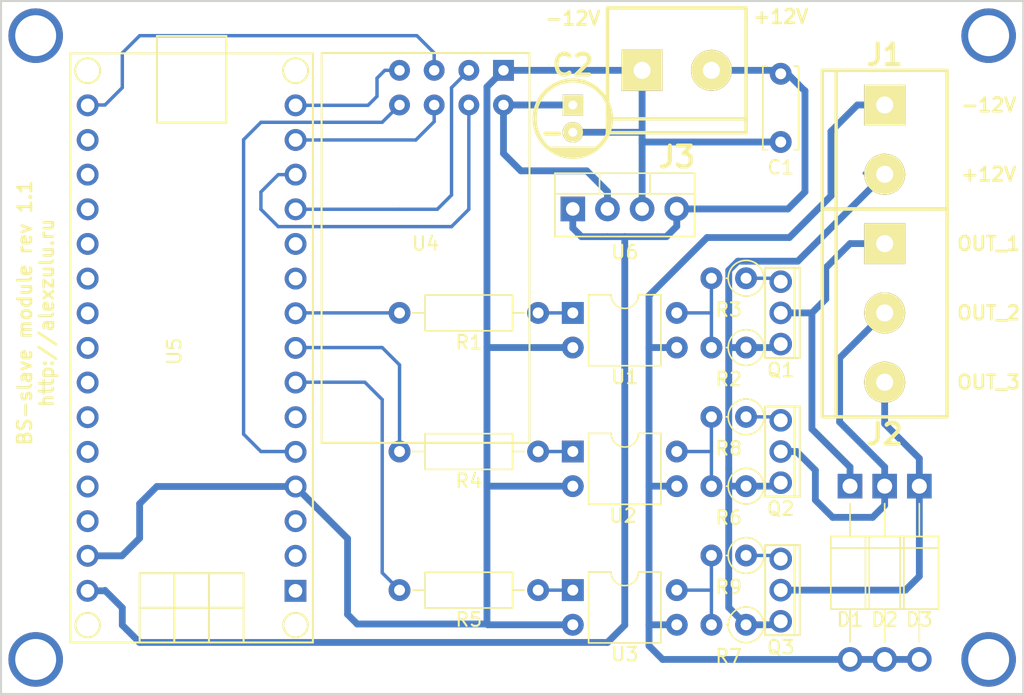
<source format=kicad_pcb>
(kicad_pcb (version 4) (host pcbnew 4.0.7-e2-6376~58~ubuntu16.04.1)

  (general
    (links 54)
    (no_connects 0)
    (area 104.465475 71.3896 200.334525 126.7796)
    (thickness 1.6)
    (drawings 12)
    (tracks 177)
    (zones 0)
    (modules 30)
    (nets 45)
  )

  (page A4)
  (title_block
    (title "Bench shooting slave module")
    (rev 1.1)
    (company http://alexzulu.ru)
    (comment 2 alexzulu)
  )

  (layers
    (0 F.Cu signal)
    (31 B.Cu signal)
    (32 B.Adhes user)
    (33 F.Adhes user)
    (34 B.Paste user hide)
    (35 F.Paste user)
    (36 B.SilkS user hide)
    (37 F.SilkS user)
    (38 B.Mask user)
    (39 F.Mask user)
    (40 Dwgs.User user hide)
    (41 Cmts.User user)
    (42 Eco1.User user)
    (43 Eco2.User user)
    (44 Edge.Cuts user)
    (45 Margin user)
    (46 B.CrtYd user hide)
    (47 F.CrtYd user hide)
    (48 B.Fab user hide)
    (49 F.Fab user hide)
  )

  (setup
    (last_trace_width 0.25)
    (trace_clearance 0.2)
    (zone_clearance 0.508)
    (zone_45_only no)
    (trace_min 0.2)
    (segment_width 0.2)
    (edge_width 0.15)
    (via_size 0.6)
    (via_drill 0.4)
    (via_min_size 0.4)
    (via_min_drill 0.3)
    (uvia_size 0.3)
    (uvia_drill 0.1)
    (uvias_allowed no)
    (uvia_min_size 0.2)
    (uvia_min_drill 0.1)
    (pcb_text_width 0.3)
    (pcb_text_size 1.5 1.5)
    (mod_edge_width 0.15)
    (mod_text_size 1 1)
    (mod_text_width 0.15)
    (pad_size 4.0005 4.0005)
    (pad_drill 3)
    (pad_to_mask_clearance 0.2)
    (aux_axis_origin 0 0)
    (visible_elements 7FFFFFFF)
    (pcbplotparams
      (layerselection 0x00030_80000001)
      (usegerberextensions false)
      (usegerberattributes true)
      (excludeedgelayer true)
      (linewidth 0.100000)
      (plotframeref false)
      (viasonmask false)
      (mode 1)
      (useauxorigin false)
      (hpglpennumber 1)
      (hpglpenspeed 20)
      (hpglpendiameter 15)
      (hpglpenoverlay 2)
      (psnegative false)
      (psa4output false)
      (plotreference true)
      (plotvalue true)
      (plotinvisibletext false)
      (padsonsilk false)
      (subtractmaskfromsilk false)
      (outputformat 1)
      (mirror false)
      (drillshape 0)
      (scaleselection 1)
      (outputdirectory /home/alex/git/bench_shooting/))
  )

  (net 0 "")
  (net 1 "Net-(Q1-Pad1)")
  (net 2 "Net-(R1-Pad1)")
  (net 3 "Net-(R2-Pad2)")
  (net 4 /P_GND)
  (net 5 "Net-(Q2-Pad1)")
  (net 6 "Net-(Q3-Pad1)")
  (net 7 "Net-(R4-Pad1)")
  (net 8 "Net-(R5-Pad1)")
  (net 9 "Net-(R6-Pad2)")
  (net 10 "Net-(R7-Pad2)")
  (net 11 /P_VCC)
  (net 12 /OUT_1)
  (net 13 /OUT_2)
  (net 14 /OUT_3)
  (net 15 /IN_1)
  (net 16 /IN_2)
  (net 17 /IN_3)
  (net 18 /D_GND)
  (net 19 /CE/SS)
  (net 20 /SCK)
  (net 21 /MOSI)
  (net 22 /MISO)
  (net 23 /IRQ)
  (net 24 "Net-(U5-Pad1)")
  (net 25 "Net-(U5-Pad2)")
  (net 26 "Net-(U5-Pad3)")
  (net 27 "Net-(U5-Pad6)")
  (net 28 "Net-(U5-Pad10)")
  (net 29 "Net-(U5-Pad11)")
  (net 30 "Net-(U5-Pad17)")
  (net 31 "Net-(U5-Pad18)")
  (net 32 "Net-(U5-Pad19)")
  (net 33 "Net-(U5-Pad20)")
  (net 34 "Net-(U5-Pad21)")
  (net 35 "Net-(U5-Pad22)")
  (net 36 "Net-(U5-Pad23)")
  (net 37 "Net-(U5-Pad24)")
  (net 38 "Net-(U5-Pad25)")
  (net 39 "Net-(U5-Pad26)")
  (net 40 "Net-(U5-Pad27)")
  (net 41 "Net-(U5-Pad28)")
  (net 42 /D_VCC)
  (net 43 /3V3)
  (net 44 /SCN)

  (net_class Default "Это класс цепей по умолчанию."
    (clearance 0.2)
    (trace_width 0.25)
    (via_dia 0.6)
    (via_drill 0.4)
    (uvia_dia 0.3)
    (uvia_drill 0.1)
    (add_net /CE/SS)
    (add_net /IN_1)
    (add_net /IN_2)
    (add_net /IN_3)
    (add_net /IRQ)
    (add_net /MISO)
    (add_net /MOSI)
    (add_net /SCK)
    (add_net /SCN)
    (add_net "Net-(Q1-Pad1)")
    (add_net "Net-(Q2-Pad1)")
    (add_net "Net-(Q3-Pad1)")
    (add_net "Net-(R1-Pad1)")
    (add_net "Net-(R2-Pad2)")
    (add_net "Net-(R4-Pad1)")
    (add_net "Net-(R5-Pad1)")
    (add_net "Net-(R6-Pad2)")
    (add_net "Net-(R7-Pad2)")
    (add_net "Net-(U5-Pad1)")
    (add_net "Net-(U5-Pad10)")
    (add_net "Net-(U5-Pad11)")
    (add_net "Net-(U5-Pad17)")
    (add_net "Net-(U5-Pad18)")
    (add_net "Net-(U5-Pad19)")
    (add_net "Net-(U5-Pad2)")
    (add_net "Net-(U5-Pad20)")
    (add_net "Net-(U5-Pad21)")
    (add_net "Net-(U5-Pad22)")
    (add_net "Net-(U5-Pad23)")
    (add_net "Net-(U5-Pad24)")
    (add_net "Net-(U5-Pad25)")
    (add_net "Net-(U5-Pad26)")
    (add_net "Net-(U5-Pad27)")
    (add_net "Net-(U5-Pad28)")
    (add_net "Net-(U5-Pad3)")
    (add_net "Net-(U5-Pad6)")
  )

  (net_class Power ""
    (clearance 0.2)
    (trace_width 0.5)
    (via_dia 0.6)
    (via_drill 0.4)
    (uvia_dia 0.3)
    (uvia_drill 0.1)
    (add_net /3V3)
    (add_net /D_GND)
    (add_net /D_VCC)
    (add_net /OUT_1)
    (add_net /OUT_2)
    (add_net /OUT_3)
    (add_net /P_GND)
    (add_net /P_VCC)
  )

  (module nRF24x:nRF24L01-NA (layer F.Cu) (tedit 59F3094F) (tstamp 59F30CDF)
    (at 146.685 92.6846)
    (tags nrf24l)
    (path /59AE849D)
    (fp_text reference U4 (at 0 -1.27) (layer F.SilkS)
      (effects (font (size 1 1) (thickness 0.15)))
    )
    (fp_text value nRF24L01 (at 0 1.27) (layer F.Fab)
      (effects (font (size 1 1) (thickness 0.15)))
    )
    (fp_line (start 7.62 -15.24) (end -7.62 -15.24) (layer F.SilkS) (width 0.15))
    (fp_line (start -7.62 -15.24) (end -7.62 13.335) (layer F.SilkS) (width 0.15))
    (fp_line (start -7.62 13.335) (end 7.62 13.335) (layer F.SilkS) (width 0.15))
    (fp_line (start 7.62 13.335) (end 7.62 -15.24) (layer F.SilkS) (width 0.15))
    (pad 1 thru_hole rect (at 5.715 -13.97) (size 1.524 1.524) (drill 0.762) (layers *.Cu *.Mask)
      (net 18 /D_GND))
    (pad 5 thru_hole circle (at 0.635 -13.97) (size 1.524 1.524) (drill 0.762) (layers *.Cu *.Mask)
      (net 20 /SCK))
    (pad 7 thru_hole circle (at -1.905 -13.97) (size 1.524 1.524) (drill 0.762) (layers *.Cu *.Mask)
      (net 22 /MISO))
    (pad 8 thru_hole circle (at -1.905 -11.43) (size 1.524 1.524) (drill 0.762) (layers *.Cu *.Mask)
      (net 23 /IRQ))
    (pad 6 thru_hole circle (at 0.635 -11.43) (size 1.524 1.524) (drill 0.762) (layers *.Cu *.Mask)
      (net 21 /MOSI))
    (pad 4 thru_hole circle (at 3.175 -11.43) (size 1.524 1.524) (drill 0.762) (layers *.Cu *.Mask)
      (net 44 /SCN))
    (pad 2 thru_hole circle (at 5.715 -11.43) (size 1.524 1.524) (drill 0.762) (layers *.Cu *.Mask)
      (net 43 /3V3))
    (pad 3 thru_hole circle (at 3.175 -13.97) (size 1.524 1.524) (drill 0.762) (layers *.Cu *.Mask)
      (net 19 /CE/SS))
    (model "${KIPRJMOD}/mod/packages3d/Nordic NRF24L01_plus.wrl"
      (at (xyz 0.283 -0.532 0.102))
      (scale (xyz 1 1 1))
      (rotate (xyz 0 0 -90))
    )
  )

  (module Wire_Pads:SolderWirePad_single_1-5mmDrill (layer F.Cu) (tedit 59F367E1) (tstamp 59F36F58)
    (at 118.11 76.1746)
    (fp_text reference REF** (at 0 -3.81) (layer F.SilkS) hide
      (effects (font (size 1 1) (thickness 0.15)))
    )
    (fp_text value SolderWirePad_single_1-5mmDrill (at -0.635 3.81) (layer F.Fab)
      (effects (font (size 1 1) (thickness 0.15)))
    )
    (pad 1 thru_hole circle (at 0 0) (size 4.0005 4.0005) (drill 3) (layers *.Cu *.Mask))
  )

  (module Wire_Pads:SolderWirePad_single_1-5mmDrill (layer F.Cu) (tedit 59F367E9) (tstamp 59F36F54)
    (at 118.11 121.8946)
    (fp_text reference REF** (at 0 -3.81) (layer F.SilkS) hide
      (effects (font (size 1 1) (thickness 0.15)))
    )
    (fp_text value SolderWirePad_single_1-5mmDrill (at -0.635 3.81) (layer F.Fab)
      (effects (font (size 1 1) (thickness 0.15)))
    )
    (pad 1 thru_hole circle (at 0 0) (size 4.0005 4.0005) (drill 3) (layers *.Cu *.Mask))
  )

  (module Wire_Pads:SolderWirePad_single_1-5mmDrill (layer F.Cu) (tedit 59F367D2) (tstamp 59F36F50)
    (at 187.96 121.8946)
    (fp_text reference REF** (at 0 -3.81) (layer F.SilkS) hide
      (effects (font (size 1 1) (thickness 0.15)))
    )
    (fp_text value SolderWirePad_single_1-5mmDrill (at -0.635 3.81) (layer F.Fab)
      (effects (font (size 1 1) (thickness 0.15)))
    )
    (pad 1 thru_hole circle (at 0 0) (size 4.0005 4.0005) (drill 3) (layers *.Cu *.Mask))
  )

  (module Diodes_THT:D_DO-41_SOD81_P12.70mm_Horizontal (layer F.Cu) (tedit 59BCDD93) (tstamp 59E75D65)
    (at 182.88 109.1946 270)
    (descr "D, DO-41_SOD81 series, Axial, Horizontal, pin pitch=12.7mm, , length*diameter=5.2*2.7mm^2, , http://www.diodes.com/_files/packages/DO-41%20(Plastic).pdf")
    (tags "D DO-41_SOD81 series Axial Horizontal pin pitch 12.7mm  length 5.2mm diameter 2.7mm")
    (path /59ADDD2E)
    (fp_text reference D3 (at 9.779 0 360) (layer F.SilkS)
      (effects (font (size 1 1) (thickness 0.15)))
    )
    (fp_text value 1N4007 (at 6.35 2.41 270) (layer F.Fab)
      (effects (font (size 1 1) (thickness 0.15)))
    )
    (fp_text user %R (at 6.35 0 270) (layer F.Fab)
      (effects (font (size 1 1) (thickness 0.15)))
    )
    (fp_line (start 3.75 -1.35) (end 3.75 1.35) (layer F.Fab) (width 0.1))
    (fp_line (start 3.75 1.35) (end 8.95 1.35) (layer F.Fab) (width 0.1))
    (fp_line (start 8.95 1.35) (end 8.95 -1.35) (layer F.Fab) (width 0.1))
    (fp_line (start 8.95 -1.35) (end 3.75 -1.35) (layer F.Fab) (width 0.1))
    (fp_line (start 0 0) (end 3.75 0) (layer F.Fab) (width 0.1))
    (fp_line (start 12.7 0) (end 8.95 0) (layer F.Fab) (width 0.1))
    (fp_line (start 4.53 -1.35) (end 4.53 1.35) (layer F.Fab) (width 0.1))
    (fp_line (start 3.69 -1.41) (end 3.69 1.41) (layer F.SilkS) (width 0.12))
    (fp_line (start 3.69 1.41) (end 9.01 1.41) (layer F.SilkS) (width 0.12))
    (fp_line (start 9.01 1.41) (end 9.01 -1.41) (layer F.SilkS) (width 0.12))
    (fp_line (start 9.01 -1.41) (end 3.69 -1.41) (layer F.SilkS) (width 0.12))
    (fp_line (start 1.28 0) (end 3.69 0) (layer F.SilkS) (width 0.12))
    (fp_line (start 11.42 0) (end 9.01 0) (layer F.SilkS) (width 0.12))
    (fp_line (start 4.53 -1.41) (end 4.53 1.41) (layer F.SilkS) (width 0.12))
    (fp_line (start -1.35 -1.7) (end -1.35 1.7) (layer F.CrtYd) (width 0.05))
    (fp_line (start -1.35 1.7) (end 14.05 1.7) (layer F.CrtYd) (width 0.05))
    (fp_line (start 14.05 1.7) (end 14.05 -1.7) (layer F.CrtYd) (width 0.05))
    (fp_line (start 14.05 -1.7) (end -1.35 -1.7) (layer F.CrtYd) (width 0.05))
    (pad 1 thru_hole rect (at 0 0 270) (size 1.8 1.8) (drill 1.1) (layers *.Cu *.Mask)
      (net 14 /OUT_3))
    (pad 2 thru_hole oval (at 12.7 0 270) (size 1.8 1.8) (drill 1.1) (layers *.Cu *.Mask)
      (net 4 /P_GND))
    (model ${KISYS3DMOD}/Diodes_THT.3dshapes/D_DO-41_SOD81_P12.70mm_Horizontal.wrl
      (at (xyz 0 0 0))
      (scale (xyz 0.393701 0.393701 0.393701))
      (rotate (xyz 0 0 0))
    )
  )

  (module Resistors_THT:R_Axial_DIN0207_L6.3mm_D2.5mm_P2.54mm_Vertical (layer F.Cu) (tedit 5874F706) (tstamp 59ADD0D1)
    (at 170.18 99.0346 180)
    (descr "Resistor, Axial_DIN0207 series, Axial, Vertical, pin pitch=2.54mm, 0.25W = 1/4W, length*diameter=6.3*2.5mm^2, http://cdn-reichelt.de/documents/datenblatt/B400/1_4W%23YAG.pdf")
    (tags "Resistor Axial_DIN0207 series Axial Vertical pin pitch 2.54mm 0.25W = 1/4W length 6.3mm diameter 2.5mm")
    (path /59AB9AFB)
    (fp_text reference R2 (at 1.27 -2.31 180) (layer F.SilkS)
      (effects (font (size 1 1) (thickness 0.15)))
    )
    (fp_text value 10k (at 1.27 2.31 180) (layer F.Fab)
      (effects (font (size 1 1) (thickness 0.15)))
    )
    (fp_circle (center 0 0) (end 1.25 0) (layer F.Fab) (width 0.1))
    (fp_circle (center 0 0) (end 1.31 0) (layer F.SilkS) (width 0.12))
    (fp_line (start 0 0) (end 2.54 0) (layer F.Fab) (width 0.1))
    (fp_line (start 1.31 0) (end 1.44 0) (layer F.SilkS) (width 0.12))
    (fp_line (start -1.6 -1.6) (end -1.6 1.6) (layer F.CrtYd) (width 0.05))
    (fp_line (start -1.6 1.6) (end 3.65 1.6) (layer F.CrtYd) (width 0.05))
    (fp_line (start 3.65 1.6) (end 3.65 -1.6) (layer F.CrtYd) (width 0.05))
    (fp_line (start 3.65 -1.6) (end -1.6 -1.6) (layer F.CrtYd) (width 0.05))
    (pad 1 thru_hole circle (at 0 0 180) (size 1.6 1.6) (drill 0.8) (layers *.Cu *.Mask)
      (net 11 /P_VCC))
    (pad 2 thru_hole oval (at 2.54 0 180) (size 1.6 1.6) (drill 0.8) (layers *.Cu *.Mask)
      (net 3 "Net-(R2-Pad2)"))
    (model ${KISYS3DMOD}/Resistors_THT.3dshapes/R_Axial_DIN0207_L6.3mm_D2.5mm_P2.54mm_Vertical.wrl
      (at (xyz 0 0 0))
      (scale (xyz 0.393701 0.393701 0.393701))
      (rotate (xyz 0 0 0))
    )
  )

  (module TO_SOT_Packages_THT:TO-251AA (layer F.Cu) (tedit 55C5C1AD) (tstamp 59AB9CDD)
    (at 172.72 94.2086 270)
    (descr "IPAK / TO-251AA 3-lead THT package")
    (tags "ipak to-251aa to-251")
    (path /59ABA5E2)
    (fp_text reference Q1 (at 6.477 0 540) (layer F.SilkS)
      (effects (font (size 1 1) (thickness 0.15)))
    )
    (fp_text value IRFU9024N (at 2.025 -2.375 450) (layer F.Fab)
      (effects (font (size 1 1) (thickness 0.15)))
    )
    (fp_line (start 5.8 -1.6) (end 5.8 1.4) (layer F.CrtYd) (width 0.05))
    (fp_line (start -1.3 -1.6) (end -1.3 1.4) (layer F.CrtYd) (width 0.05))
    (fp_line (start -1.3 1.4) (end 5.8 1.4) (layer F.CrtYd) (width 0.05))
    (fp_line (start -1.3 -1.6) (end 5.8 -1.6) (layer F.CrtYd) (width 0.05))
    (fp_line (start 5.588 -1.016) (end -1.016 -1.016) (layer F.SilkS) (width 0.15))
    (fp_line (start 5.588 0) (end 5.588 -1.397) (layer F.SilkS) (width 0.15))
    (fp_line (start 5.588 -1.397) (end -1.016 -1.397) (layer F.SilkS) (width 0.15))
    (fp_line (start -1.016 -1.397) (end -1.016 1.143) (layer F.SilkS) (width 0.15))
    (fp_line (start -1.016 1.143) (end 5.588 1.143) (layer F.SilkS) (width 0.15))
    (fp_line (start 5.588 1.143) (end 5.588 0) (layer F.SilkS) (width 0.15))
    (pad 2 thru_hole circle (at 2.286 0 90) (size 1.651 1.651) (drill 1.016) (layers *.Cu *.Mask)
      (net 12 /OUT_1))
    (pad 3 thru_hole circle (at 4.572 0 90) (size 1.651 1.651) (drill 1.016) (layers *.Cu *.Mask)
      (net 11 /P_VCC))
    (pad 1 thru_hole circle (at 0 0 90) (size 1.651 1.651) (drill 1.016) (layers *.Cu *.Mask)
      (net 1 "Net-(Q1-Pad1)"))
  )

  (module Resistors_THT:R_Axial_DIN0207_L6.3mm_D2.5mm_P2.54mm_Vertical (layer F.Cu) (tedit 5874F706) (tstamp 59ADD0D7)
    (at 170.18 93.9546 180)
    (descr "Resistor, Axial_DIN0207 series, Axial, Vertical, pin pitch=2.54mm, 0.25W = 1/4W, length*diameter=6.3*2.5mm^2, http://cdn-reichelt.de/documents/datenblatt/B400/1_4W%23YAG.pdf")
    (tags "Resistor Axial_DIN0207 series Axial Vertical pin pitch 2.54mm 0.25W = 1/4W length 6.3mm diameter 2.5mm")
    (path /59AB9A32)
    (fp_text reference R3 (at 1.27 -2.31 180) (layer F.SilkS)
      (effects (font (size 1 1) (thickness 0.15)))
    )
    (fp_text value 100 (at 1.27 2.31 180) (layer F.Fab)
      (effects (font (size 1 1) (thickness 0.15)))
    )
    (fp_circle (center 0 0) (end 1.25 0) (layer F.Fab) (width 0.1))
    (fp_circle (center 0 0) (end 1.31 0) (layer F.SilkS) (width 0.12))
    (fp_line (start 0 0) (end 2.54 0) (layer F.Fab) (width 0.1))
    (fp_line (start 1.31 0) (end 1.44 0) (layer F.SilkS) (width 0.12))
    (fp_line (start -1.6 -1.6) (end -1.6 1.6) (layer F.CrtYd) (width 0.05))
    (fp_line (start -1.6 1.6) (end 3.65 1.6) (layer F.CrtYd) (width 0.05))
    (fp_line (start 3.65 1.6) (end 3.65 -1.6) (layer F.CrtYd) (width 0.05))
    (fp_line (start 3.65 -1.6) (end -1.6 -1.6) (layer F.CrtYd) (width 0.05))
    (pad 1 thru_hole circle (at 0 0 180) (size 1.6 1.6) (drill 0.8) (layers *.Cu *.Mask)
      (net 1 "Net-(Q1-Pad1)"))
    (pad 2 thru_hole oval (at 2.54 0 180) (size 1.6 1.6) (drill 0.8) (layers *.Cu *.Mask)
      (net 3 "Net-(R2-Pad2)"))
    (model ${KISYS3DMOD}/Resistors_THT.3dshapes/R_Axial_DIN0207_L6.3mm_D2.5mm_P2.54mm_Vertical.wrl
      (at (xyz 0 0 0))
      (scale (xyz 0.393701 0.393701 0.393701))
      (rotate (xyz 0 0 0))
    )
  )

  (module TO_SOT_Packages_THT:TO-251AA (layer F.Cu) (tedit 55C5C1AD) (tstamp 59ADD4EF)
    (at 172.72 104.3686 270)
    (descr "IPAK / TO-251AA 3-lead THT package")
    (tags "ipak to-251aa to-251")
    (path /59ADD6AF)
    (fp_text reference Q2 (at 6.477 0 540) (layer F.SilkS)
      (effects (font (size 1 1) (thickness 0.15)))
    )
    (fp_text value IRFU9024N (at 2.025 -2.375 450) (layer F.Fab)
      (effects (font (size 1 1) (thickness 0.15)))
    )
    (fp_line (start 5.8 -1.6) (end 5.8 1.4) (layer F.CrtYd) (width 0.05))
    (fp_line (start -1.3 -1.6) (end -1.3 1.4) (layer F.CrtYd) (width 0.05))
    (fp_line (start -1.3 1.4) (end 5.8 1.4) (layer F.CrtYd) (width 0.05))
    (fp_line (start -1.3 -1.6) (end 5.8 -1.6) (layer F.CrtYd) (width 0.05))
    (fp_line (start 5.588 -1.016) (end -1.016 -1.016) (layer F.SilkS) (width 0.15))
    (fp_line (start 5.588 0) (end 5.588 -1.397) (layer F.SilkS) (width 0.15))
    (fp_line (start 5.588 -1.397) (end -1.016 -1.397) (layer F.SilkS) (width 0.15))
    (fp_line (start -1.016 -1.397) (end -1.016 1.143) (layer F.SilkS) (width 0.15))
    (fp_line (start -1.016 1.143) (end 5.588 1.143) (layer F.SilkS) (width 0.15))
    (fp_line (start 5.588 1.143) (end 5.588 0) (layer F.SilkS) (width 0.15))
    (pad 2 thru_hole circle (at 2.286 0 90) (size 1.651 1.651) (drill 1.016) (layers *.Cu *.Mask)
      (net 13 /OUT_2))
    (pad 3 thru_hole circle (at 4.572 0 90) (size 1.651 1.651) (drill 1.016) (layers *.Cu *.Mask)
      (net 11 /P_VCC))
    (pad 1 thru_hole circle (at 0 0 90) (size 1.651 1.651) (drill 1.016) (layers *.Cu *.Mask)
      (net 5 "Net-(Q2-Pad1)"))
  )

  (module TO_SOT_Packages_THT:TO-251AA (layer F.Cu) (tedit 55C5C1AD) (tstamp 59ADD4F6)
    (at 172.72 114.5286 270)
    (descr "IPAK / TO-251AA 3-lead THT package")
    (tags "ipak to-251aa to-251")
    (path /59ADDD39)
    (fp_text reference Q3 (at 6.477 0 540) (layer F.SilkS)
      (effects (font (size 1 1) (thickness 0.15)))
    )
    (fp_text value IRFU9024N (at 2.025 -2.375 450) (layer F.Fab)
      (effects (font (size 1 1) (thickness 0.15)))
    )
    (fp_line (start 5.8 -1.6) (end 5.8 1.4) (layer F.CrtYd) (width 0.05))
    (fp_line (start -1.3 -1.6) (end -1.3 1.4) (layer F.CrtYd) (width 0.05))
    (fp_line (start -1.3 1.4) (end 5.8 1.4) (layer F.CrtYd) (width 0.05))
    (fp_line (start -1.3 -1.6) (end 5.8 -1.6) (layer F.CrtYd) (width 0.05))
    (fp_line (start 5.588 -1.016) (end -1.016 -1.016) (layer F.SilkS) (width 0.15))
    (fp_line (start 5.588 0) (end 5.588 -1.397) (layer F.SilkS) (width 0.15))
    (fp_line (start 5.588 -1.397) (end -1.016 -1.397) (layer F.SilkS) (width 0.15))
    (fp_line (start -1.016 -1.397) (end -1.016 1.143) (layer F.SilkS) (width 0.15))
    (fp_line (start -1.016 1.143) (end 5.588 1.143) (layer F.SilkS) (width 0.15))
    (fp_line (start 5.588 1.143) (end 5.588 0) (layer F.SilkS) (width 0.15))
    (pad 2 thru_hole circle (at 2.286 0 90) (size 1.651 1.651) (drill 1.016) (layers *.Cu *.Mask)
      (net 14 /OUT_3))
    (pad 3 thru_hole circle (at 4.572 0 90) (size 1.651 1.651) (drill 1.016) (layers *.Cu *.Mask)
      (net 11 /P_VCC))
    (pad 1 thru_hole circle (at 0 0 90) (size 1.651 1.651) (drill 1.016) (layers *.Cu *.Mask)
      (net 6 "Net-(Q3-Pad1)"))
  )

  (module Resistors_THT:R_Axial_DIN0207_L6.3mm_D2.5mm_P2.54mm_Vertical (layer F.Cu) (tedit 5874F706) (tstamp 59ADD508)
    (at 170.18 109.1946 180)
    (descr "Resistor, Axial_DIN0207 series, Axial, Vertical, pin pitch=2.54mm, 0.25W = 1/4W, length*diameter=6.3*2.5mm^2, http://cdn-reichelt.de/documents/datenblatt/B400/1_4W%23YAG.pdf")
    (tags "Resistor Axial_DIN0207 series Axial Vertical pin pitch 2.54mm 0.25W = 1/4W length 6.3mm diameter 2.5mm")
    (path /59ADD6C1)
    (fp_text reference R6 (at 1.27 -2.31 180) (layer F.SilkS)
      (effects (font (size 1 1) (thickness 0.15)))
    )
    (fp_text value R (at 1.27 2.31 180) (layer F.Fab)
      (effects (font (size 1 1) (thickness 0.15)))
    )
    (fp_circle (center 0 0) (end 1.25 0) (layer F.Fab) (width 0.1))
    (fp_circle (center 0 0) (end 1.31 0) (layer F.SilkS) (width 0.12))
    (fp_line (start 0 0) (end 2.54 0) (layer F.Fab) (width 0.1))
    (fp_line (start 1.31 0) (end 1.44 0) (layer F.SilkS) (width 0.12))
    (fp_line (start -1.6 -1.6) (end -1.6 1.6) (layer F.CrtYd) (width 0.05))
    (fp_line (start -1.6 1.6) (end 3.65 1.6) (layer F.CrtYd) (width 0.05))
    (fp_line (start 3.65 1.6) (end 3.65 -1.6) (layer F.CrtYd) (width 0.05))
    (fp_line (start 3.65 -1.6) (end -1.6 -1.6) (layer F.CrtYd) (width 0.05))
    (pad 1 thru_hole circle (at 0 0 180) (size 1.6 1.6) (drill 0.8) (layers *.Cu *.Mask)
      (net 11 /P_VCC))
    (pad 2 thru_hole oval (at 2.54 0 180) (size 1.6 1.6) (drill 0.8) (layers *.Cu *.Mask)
      (net 9 "Net-(R6-Pad2)"))
    (model ${KISYS3DMOD}/Resistors_THT.3dshapes/R_Axial_DIN0207_L6.3mm_D2.5mm_P2.54mm_Vertical.wrl
      (at (xyz 0 0 0))
      (scale (xyz 0.393701 0.393701 0.393701))
      (rotate (xyz 0 0 0))
    )
  )

  (module Resistors_THT:R_Axial_DIN0207_L6.3mm_D2.5mm_P2.54mm_Vertical (layer F.Cu) (tedit 5874F706) (tstamp 59ADD50E)
    (at 170.18 119.3546 180)
    (descr "Resistor, Axial_DIN0207 series, Axial, Vertical, pin pitch=2.54mm, 0.25W = 1/4W, length*diameter=6.3*2.5mm^2, http://cdn-reichelt.de/documents/datenblatt/B400/1_4W%23YAG.pdf")
    (tags "Resistor Axial_DIN0207 series Axial Vertical pin pitch 2.54mm 0.25W = 1/4W length 6.3mm diameter 2.5mm")
    (path /59ADDD4B)
    (fp_text reference R7 (at 1.27 -2.31 180) (layer F.SilkS)
      (effects (font (size 1 1) (thickness 0.15)))
    )
    (fp_text value R (at 1.27 2.31 180) (layer F.Fab)
      (effects (font (size 1 1) (thickness 0.15)))
    )
    (fp_circle (center 0 0) (end 1.25 0) (layer F.Fab) (width 0.1))
    (fp_circle (center 0 0) (end 1.31 0) (layer F.SilkS) (width 0.12))
    (fp_line (start 0 0) (end 2.54 0) (layer F.Fab) (width 0.1))
    (fp_line (start 1.31 0) (end 1.44 0) (layer F.SilkS) (width 0.12))
    (fp_line (start -1.6 -1.6) (end -1.6 1.6) (layer F.CrtYd) (width 0.05))
    (fp_line (start -1.6 1.6) (end 3.65 1.6) (layer F.CrtYd) (width 0.05))
    (fp_line (start 3.65 1.6) (end 3.65 -1.6) (layer F.CrtYd) (width 0.05))
    (fp_line (start 3.65 -1.6) (end -1.6 -1.6) (layer F.CrtYd) (width 0.05))
    (pad 1 thru_hole circle (at 0 0 180) (size 1.6 1.6) (drill 0.8) (layers *.Cu *.Mask)
      (net 11 /P_VCC))
    (pad 2 thru_hole oval (at 2.54 0 180) (size 1.6 1.6) (drill 0.8) (layers *.Cu *.Mask)
      (net 10 "Net-(R7-Pad2)"))
    (model ${KISYS3DMOD}/Resistors_THT.3dshapes/R_Axial_DIN0207_L6.3mm_D2.5mm_P2.54mm_Vertical.wrl
      (at (xyz 0 0 0))
      (scale (xyz 0.393701 0.393701 0.393701))
      (rotate (xyz 0 0 0))
    )
  )

  (module Resistors_THT:R_Axial_DIN0207_L6.3mm_D2.5mm_P2.54mm_Vertical (layer F.Cu) (tedit 5874F706) (tstamp 59ADD514)
    (at 170.18 104.1146 180)
    (descr "Resistor, Axial_DIN0207 series, Axial, Vertical, pin pitch=2.54mm, 0.25W = 1/4W, length*diameter=6.3*2.5mm^2, http://cdn-reichelt.de/documents/datenblatt/B400/1_4W%23YAG.pdf")
    (tags "Resistor Axial_DIN0207 series Axial Vertical pin pitch 2.54mm 0.25W = 1/4W length 6.3mm diameter 2.5mm")
    (path /59ADD6C7)
    (fp_text reference R8 (at 1.27 -2.31 180) (layer F.SilkS)
      (effects (font (size 1 1) (thickness 0.15)))
    )
    (fp_text value R (at 1.27 2.31 180) (layer F.Fab)
      (effects (font (size 1 1) (thickness 0.15)))
    )
    (fp_circle (center 0 0) (end 1.25 0) (layer F.Fab) (width 0.1))
    (fp_circle (center 0 0) (end 1.31 0) (layer F.SilkS) (width 0.12))
    (fp_line (start 0 0) (end 2.54 0) (layer F.Fab) (width 0.1))
    (fp_line (start 1.31 0) (end 1.44 0) (layer F.SilkS) (width 0.12))
    (fp_line (start -1.6 -1.6) (end -1.6 1.6) (layer F.CrtYd) (width 0.05))
    (fp_line (start -1.6 1.6) (end 3.65 1.6) (layer F.CrtYd) (width 0.05))
    (fp_line (start 3.65 1.6) (end 3.65 -1.6) (layer F.CrtYd) (width 0.05))
    (fp_line (start 3.65 -1.6) (end -1.6 -1.6) (layer F.CrtYd) (width 0.05))
    (pad 1 thru_hole circle (at 0 0 180) (size 1.6 1.6) (drill 0.8) (layers *.Cu *.Mask)
      (net 5 "Net-(Q2-Pad1)"))
    (pad 2 thru_hole oval (at 2.54 0 180) (size 1.6 1.6) (drill 0.8) (layers *.Cu *.Mask)
      (net 9 "Net-(R6-Pad2)"))
    (model ${KISYS3DMOD}/Resistors_THT.3dshapes/R_Axial_DIN0207_L6.3mm_D2.5mm_P2.54mm_Vertical.wrl
      (at (xyz 0 0 0))
      (scale (xyz 0.393701 0.393701 0.393701))
      (rotate (xyz 0 0 0))
    )
  )

  (module Resistors_THT:R_Axial_DIN0207_L6.3mm_D2.5mm_P2.54mm_Vertical (layer F.Cu) (tedit 5874F706) (tstamp 59ADD51A)
    (at 170.18 114.2746 180)
    (descr "Resistor, Axial_DIN0207 series, Axial, Vertical, pin pitch=2.54mm, 0.25W = 1/4W, length*diameter=6.3*2.5mm^2, http://cdn-reichelt.de/documents/datenblatt/B400/1_4W%23YAG.pdf")
    (tags "Resistor Axial_DIN0207 series Axial Vertical pin pitch 2.54mm 0.25W = 1/4W length 6.3mm diameter 2.5mm")
    (path /59ADDD51)
    (fp_text reference R9 (at 1.27 -2.31 180) (layer F.SilkS)
      (effects (font (size 1 1) (thickness 0.15)))
    )
    (fp_text value R (at 1.27 2.31 180) (layer F.Fab)
      (effects (font (size 1 1) (thickness 0.15)))
    )
    (fp_circle (center 0 0) (end 1.25 0) (layer F.Fab) (width 0.1))
    (fp_circle (center 0 0) (end 1.31 0) (layer F.SilkS) (width 0.12))
    (fp_line (start 0 0) (end 2.54 0) (layer F.Fab) (width 0.1))
    (fp_line (start 1.31 0) (end 1.44 0) (layer F.SilkS) (width 0.12))
    (fp_line (start -1.6 -1.6) (end -1.6 1.6) (layer F.CrtYd) (width 0.05))
    (fp_line (start -1.6 1.6) (end 3.65 1.6) (layer F.CrtYd) (width 0.05))
    (fp_line (start 3.65 1.6) (end 3.65 -1.6) (layer F.CrtYd) (width 0.05))
    (fp_line (start 3.65 -1.6) (end -1.6 -1.6) (layer F.CrtYd) (width 0.05))
    (pad 1 thru_hole circle (at 0 0 180) (size 1.6 1.6) (drill 0.8) (layers *.Cu *.Mask)
      (net 6 "Net-(Q3-Pad1)"))
    (pad 2 thru_hole oval (at 2.54 0 180) (size 1.6 1.6) (drill 0.8) (layers *.Cu *.Mask)
      (net 10 "Net-(R7-Pad2)"))
    (model ${KISYS3DMOD}/Resistors_THT.3dshapes/R_Axial_DIN0207_L6.3mm_D2.5mm_P2.54mm_Vertical.wrl
      (at (xyz 0 0 0))
      (scale (xyz 0.393701 0.393701 0.393701))
      (rotate (xyz 0 0 0))
    )
  )

  (module Resistors_THT:R_Axial_DIN0207_L6.3mm_D2.5mm_P10.16mm_Horizontal (layer F.Cu) (tedit 59BCA77A) (tstamp 59AE8E4F)
    (at 154.94 96.4946 180)
    (descr "Resistor, Axial_DIN0207 series, Axial, Horizontal, pin pitch=10.16mm, 0.25W = 1/4W, length*diameter=6.3*2.5mm^2, http://cdn-reichelt.de/documents/datenblatt/B400/1_4W%23YAG.pdf")
    (tags "Resistor Axial_DIN0207 series Axial Horizontal pin pitch 10.16mm 0.25W = 1/4W length 6.3mm diameter 2.5mm")
    (path /59AB9BDC)
    (fp_text reference R1 (at 5.08 -2.159 180) (layer F.SilkS)
      (effects (font (size 1 1) (thickness 0.15)))
    )
    (fp_text value 470 (at 5.08 2.31 180) (layer F.Fab)
      (effects (font (size 1 1) (thickness 0.15)))
    )
    (fp_line (start 1.93 -1.25) (end 1.93 1.25) (layer F.Fab) (width 0.1))
    (fp_line (start 1.93 1.25) (end 8.23 1.25) (layer F.Fab) (width 0.1))
    (fp_line (start 8.23 1.25) (end 8.23 -1.25) (layer F.Fab) (width 0.1))
    (fp_line (start 8.23 -1.25) (end 1.93 -1.25) (layer F.Fab) (width 0.1))
    (fp_line (start 0 0) (end 1.93 0) (layer F.Fab) (width 0.1))
    (fp_line (start 10.16 0) (end 8.23 0) (layer F.Fab) (width 0.1))
    (fp_line (start 1.87 -1.31) (end 1.87 1.31) (layer F.SilkS) (width 0.12))
    (fp_line (start 1.87 1.31) (end 8.29 1.31) (layer F.SilkS) (width 0.12))
    (fp_line (start 8.29 1.31) (end 8.29 -1.31) (layer F.SilkS) (width 0.12))
    (fp_line (start 8.29 -1.31) (end 1.87 -1.31) (layer F.SilkS) (width 0.12))
    (fp_line (start 0.98 0) (end 1.87 0) (layer F.SilkS) (width 0.12))
    (fp_line (start 9.18 0) (end 8.29 0) (layer F.SilkS) (width 0.12))
    (fp_line (start -1.05 -1.6) (end -1.05 1.6) (layer F.CrtYd) (width 0.05))
    (fp_line (start -1.05 1.6) (end 11.25 1.6) (layer F.CrtYd) (width 0.05))
    (fp_line (start 11.25 1.6) (end 11.25 -1.6) (layer F.CrtYd) (width 0.05))
    (fp_line (start 11.25 -1.6) (end -1.05 -1.6) (layer F.CrtYd) (width 0.05))
    (pad 1 thru_hole circle (at 0 0 180) (size 1.6 1.6) (drill 0.8) (layers *.Cu *.Mask)
      (net 2 "Net-(R1-Pad1)"))
    (pad 2 thru_hole oval (at 10.16 0 180) (size 1.6 1.6) (drill 0.8) (layers *.Cu *.Mask)
      (net 15 /IN_1))
    (model ${KISYS3DMOD}/Resistors_THT.3dshapes/R_Axial_DIN0207_L6.3mm_D2.5mm_P10.16mm_Horizontal.wrl
      (at (xyz 0 0 0))
      (scale (xyz 0.393701 0.393701 0.393701))
      (rotate (xyz 0 0 0))
    )
  )

  (module Resistors_THT:R_Axial_DIN0207_L6.3mm_D2.5mm_P10.16mm_Horizontal (layer F.Cu) (tedit 59BCA76B) (tstamp 59AE8E55)
    (at 154.94 106.6546 180)
    (descr "Resistor, Axial_DIN0207 series, Axial, Horizontal, pin pitch=10.16mm, 0.25W = 1/4W, length*diameter=6.3*2.5mm^2, http://cdn-reichelt.de/documents/datenblatt/B400/1_4W%23YAG.pdf")
    (tags "Resistor Axial_DIN0207 series Axial Horizontal pin pitch 10.16mm 0.25W = 1/4W length 6.3mm diameter 2.5mm")
    (path /59ADD6BB)
    (fp_text reference R4 (at 5.08 -2.159 180) (layer F.SilkS)
      (effects (font (size 1 1) (thickness 0.15)))
    )
    (fp_text value R (at 5.08 2.31 180) (layer F.Fab)
      (effects (font (size 1 1) (thickness 0.15)))
    )
    (fp_line (start 1.93 -1.25) (end 1.93 1.25) (layer F.Fab) (width 0.1))
    (fp_line (start 1.93 1.25) (end 8.23 1.25) (layer F.Fab) (width 0.1))
    (fp_line (start 8.23 1.25) (end 8.23 -1.25) (layer F.Fab) (width 0.1))
    (fp_line (start 8.23 -1.25) (end 1.93 -1.25) (layer F.Fab) (width 0.1))
    (fp_line (start 0 0) (end 1.93 0) (layer F.Fab) (width 0.1))
    (fp_line (start 10.16 0) (end 8.23 0) (layer F.Fab) (width 0.1))
    (fp_line (start 1.87 -1.31) (end 1.87 1.31) (layer F.SilkS) (width 0.12))
    (fp_line (start 1.87 1.31) (end 8.29 1.31) (layer F.SilkS) (width 0.12))
    (fp_line (start 8.29 1.31) (end 8.29 -1.31) (layer F.SilkS) (width 0.12))
    (fp_line (start 8.29 -1.31) (end 1.87 -1.31) (layer F.SilkS) (width 0.12))
    (fp_line (start 0.98 0) (end 1.87 0) (layer F.SilkS) (width 0.12))
    (fp_line (start 9.18 0) (end 8.29 0) (layer F.SilkS) (width 0.12))
    (fp_line (start -1.05 -1.6) (end -1.05 1.6) (layer F.CrtYd) (width 0.05))
    (fp_line (start -1.05 1.6) (end 11.25 1.6) (layer F.CrtYd) (width 0.05))
    (fp_line (start 11.25 1.6) (end 11.25 -1.6) (layer F.CrtYd) (width 0.05))
    (fp_line (start 11.25 -1.6) (end -1.05 -1.6) (layer F.CrtYd) (width 0.05))
    (pad 1 thru_hole circle (at 0 0 180) (size 1.6 1.6) (drill 0.8) (layers *.Cu *.Mask)
      (net 7 "Net-(R4-Pad1)"))
    (pad 2 thru_hole oval (at 10.16 0 180) (size 1.6 1.6) (drill 0.8) (layers *.Cu *.Mask)
      (net 16 /IN_2))
    (model ${KISYS3DMOD}/Resistors_THT.3dshapes/R_Axial_DIN0207_L6.3mm_D2.5mm_P10.16mm_Horizontal.wrl
      (at (xyz 0 0 0))
      (scale (xyz 0.393701 0.393701 0.393701))
      (rotate (xyz 0 0 0))
    )
  )

  (module Resistors_THT:R_Axial_DIN0207_L6.3mm_D2.5mm_P10.16mm_Horizontal (layer F.Cu) (tedit 59BCA764) (tstamp 59AE8E5B)
    (at 154.94 116.8146 180)
    (descr "Resistor, Axial_DIN0207 series, Axial, Horizontal, pin pitch=10.16mm, 0.25W = 1/4W, length*diameter=6.3*2.5mm^2, http://cdn-reichelt.de/documents/datenblatt/B400/1_4W%23YAG.pdf")
    (tags "Resistor Axial_DIN0207 series Axial Horizontal pin pitch 10.16mm 0.25W = 1/4W length 6.3mm diameter 2.5mm")
    (path /59ADDD45)
    (fp_text reference R5 (at 5.08 -2.159 180) (layer F.SilkS)
      (effects (font (size 1 1) (thickness 0.15)))
    )
    (fp_text value R (at 5.08 2.31 180) (layer F.Fab)
      (effects (font (size 1 1) (thickness 0.15)))
    )
    (fp_line (start 1.93 -1.25) (end 1.93 1.25) (layer F.Fab) (width 0.1))
    (fp_line (start 1.93 1.25) (end 8.23 1.25) (layer F.Fab) (width 0.1))
    (fp_line (start 8.23 1.25) (end 8.23 -1.25) (layer F.Fab) (width 0.1))
    (fp_line (start 8.23 -1.25) (end 1.93 -1.25) (layer F.Fab) (width 0.1))
    (fp_line (start 0 0) (end 1.93 0) (layer F.Fab) (width 0.1))
    (fp_line (start 10.16 0) (end 8.23 0) (layer F.Fab) (width 0.1))
    (fp_line (start 1.87 -1.31) (end 1.87 1.31) (layer F.SilkS) (width 0.12))
    (fp_line (start 1.87 1.31) (end 8.29 1.31) (layer F.SilkS) (width 0.12))
    (fp_line (start 8.29 1.31) (end 8.29 -1.31) (layer F.SilkS) (width 0.12))
    (fp_line (start 8.29 -1.31) (end 1.87 -1.31) (layer F.SilkS) (width 0.12))
    (fp_line (start 0.98 0) (end 1.87 0) (layer F.SilkS) (width 0.12))
    (fp_line (start 9.18 0) (end 8.29 0) (layer F.SilkS) (width 0.12))
    (fp_line (start -1.05 -1.6) (end -1.05 1.6) (layer F.CrtYd) (width 0.05))
    (fp_line (start -1.05 1.6) (end 11.25 1.6) (layer F.CrtYd) (width 0.05))
    (fp_line (start 11.25 1.6) (end 11.25 -1.6) (layer F.CrtYd) (width 0.05))
    (fp_line (start 11.25 -1.6) (end -1.05 -1.6) (layer F.CrtYd) (width 0.05))
    (pad 1 thru_hole circle (at 0 0 180) (size 1.6 1.6) (drill 0.8) (layers *.Cu *.Mask)
      (net 8 "Net-(R5-Pad1)"))
    (pad 2 thru_hole oval (at 10.16 0 180) (size 1.6 1.6) (drill 0.8) (layers *.Cu *.Mask)
      (net 17 /IN_3))
    (model ${KISYS3DMOD}/Resistors_THT.3dshapes/R_Axial_DIN0207_L6.3mm_D2.5mm_P10.16mm_Horizontal.wrl
      (at (xyz 0 0 0))
      (scale (xyz 0.393701 0.393701 0.393701))
      (rotate (xyz 0 0 0))
    )
  )

  (module TO_SOT_Packages_THT:TO-220-4_Vertical (layer F.Cu) (tedit 58CE52AD) (tstamp 59AE99E4)
    (at 157.48 88.8746)
    (descr "TO-220-4, Vertical, RM 2.54mm")
    (tags "TO-220-4 Vertical RM 2.54mm")
    (path /59AEA7DB)
    (fp_text reference U6 (at 3.81 3.175) (layer F.SilkS)
      (effects (font (size 1 1) (thickness 0.15)))
    )
    (fp_text value KA378R33 (at 3.81 3.92) (layer F.Fab)
      (effects (font (size 1 1) (thickness 0.15)))
    )
    (fp_text user %R (at 3.81 -3.62) (layer F.Fab)
      (effects (font (size 1 1) (thickness 0.15)))
    )
    (fp_line (start -1.19 -2.5) (end -1.19 1.9) (layer F.Fab) (width 0.1))
    (fp_line (start -1.19 1.9) (end 8.81 1.9) (layer F.Fab) (width 0.1))
    (fp_line (start 8.81 1.9) (end 8.81 -2.5) (layer F.Fab) (width 0.1))
    (fp_line (start 8.81 -2.5) (end -1.19 -2.5) (layer F.Fab) (width 0.1))
    (fp_line (start -1.19 -1.23) (end 8.81 -1.23) (layer F.Fab) (width 0.1))
    (fp_line (start 1.96 -2.5) (end 1.96 -1.23) (layer F.Fab) (width 0.1))
    (fp_line (start 5.66 -2.5) (end 5.66 -1.23) (layer F.Fab) (width 0.1))
    (fp_line (start -1.31 -2.62) (end 8.93 -2.62) (layer F.SilkS) (width 0.12))
    (fp_line (start -1.31 2.021) (end 8.93 2.021) (layer F.SilkS) (width 0.12))
    (fp_line (start -1.31 -2.62) (end -1.31 2.021) (layer F.SilkS) (width 0.12))
    (fp_line (start 8.93 -2.62) (end 8.93 2.021) (layer F.SilkS) (width 0.12))
    (fp_line (start -1.31 -1.11) (end 8.93 -1.11) (layer F.SilkS) (width 0.12))
    (fp_line (start 1.96 -2.62) (end 1.96 -1.11) (layer F.SilkS) (width 0.12))
    (fp_line (start 5.66 -2.62) (end 5.66 -1.11) (layer F.SilkS) (width 0.12))
    (fp_line (start -1.44 -2.75) (end -1.44 2.16) (layer F.CrtYd) (width 0.05))
    (fp_line (start -1.44 2.16) (end 9.06 2.16) (layer F.CrtYd) (width 0.05))
    (fp_line (start 9.06 2.16) (end 9.06 -2.75) (layer F.CrtYd) (width 0.05))
    (fp_line (start 9.06 -2.75) (end -1.44 -2.75) (layer F.CrtYd) (width 0.05))
    (pad 1 thru_hole rect (at 0 0) (size 1.8 1.8) (drill 1) (layers *.Cu *.Mask)
      (net 42 /D_VCC))
    (pad 2 thru_hole oval (at 2.54 0) (size 1.8 1.8) (drill 1) (layers *.Cu *.Mask)
      (net 43 /3V3))
    (pad 3 thru_hole oval (at 5.08 0) (size 1.8 1.8) (drill 1) (layers *.Cu *.Mask)
      (net 18 /D_GND))
    (pad 4 thru_hole oval (at 7.62 0) (size 1.8 1.8) (drill 1) (layers *.Cu *.Mask)
      (net 42 /D_VCC))
    (model ${KISYS3DMOD}/TO_SOT_Packages_THT.3dshapes/TO-220-4_Vertical.wrl
      (at (xyz 0 0 0))
      (scale (xyz 0.393701 0.393701 0.393701))
      (rotate (xyz 0 0 0))
    )
  )

  (module w_conn_screw:mors_2p (layer F.Cu) (tedit 59AEAF83) (tstamp 59AEB16E)
    (at 180.34 83.7946 270)
    (descr "Terminal block 2 pins")
    (tags DEV)
    (path /59ADE9CB)
    (fp_text reference J1 (at -6.223 0 360) (layer F.SilkS)
      (effects (font (thickness 0.3048)))
    )
    (fp_text value Screw_Terminal_1x02 (at 0 5.842 270) (layer F.Fab)
      (effects (font (thickness 0.3048)))
    )
    (fp_line (start 5.08 -3.81) (end 5.08 -4.572) (layer F.SilkS) (width 0.254))
    (fp_line (start 5.08 -4.572) (end -5.08 -4.572) (layer F.SilkS) (width 0.254))
    (fp_line (start -5.08 -4.572) (end -5.08 -3.81) (layer F.SilkS) (width 0.254))
    (fp_line (start 5.08 4.572) (end -5.08 4.572) (layer F.SilkS) (width 0.254))
    (fp_line (start -5.08 4.572) (end -5.08 3.556) (layer F.SilkS) (width 0.254))
    (fp_line (start -5.08 3.556) (end 5.08 3.556) (layer F.SilkS) (width 0.254))
    (fp_line (start 5.08 3.556) (end 5.08 4.572) (layer F.SilkS) (width 0.254))
    (fp_line (start 5.08 3.81) (end 5.08 -3.81) (layer F.SilkS) (width 0.254))
    (fp_line (start -5.08 -3.81) (end -5.08 3.81) (layer F.SilkS) (width 0.254))
    (pad 1 thru_hole rect (at -2.54 0 270) (size 2.99974 2.99974) (drill 1.24968) (layers *.Cu *.Mask F.SilkS)
      (net 4 /P_GND))
    (pad 2 thru_hole circle (at 2.54 0 270) (size 2.99974 2.99974) (drill 1.24968) (layers *.Cu *.Mask F.SilkS)
      (net 11 /P_VCC))
    (model ${KIPRJMOD}/mod/packages3d/walter/conn_screw/mors_2p.wrl
      (at (xyz 0 0 0))
      (scale (xyz 1 1 1))
      (rotate (xyz 0 0 0))
    )
  )

  (module w_conn_screw:mors_3p (layer F.Cu) (tedit 59AEAFA7) (tstamp 59AEB17E)
    (at 180.34 96.4946 270)
    (descr "Terminal block 3 pins")
    (tags DEV)
    (path /59AE55A4)
    (fp_text reference J2 (at 8.89 0 360) (layer F.SilkS)
      (effects (font (thickness 0.3048)))
    )
    (fp_text value Screw_Terminal_1x03 (at 0 5.842 270) (layer F.Fab)
      (effects (font (thickness 0.3048)))
    )
    (fp_line (start -7.62 4.572) (end -7.62 3.556) (layer F.SilkS) (width 0.254))
    (fp_line (start -7.62 3.556) (end 7.62 3.556) (layer F.SilkS) (width 0.254))
    (fp_line (start 7.62 3.556) (end 7.62 4.572) (layer F.SilkS) (width 0.254))
    (fp_line (start 7.62 4.572) (end -7.62 4.572) (layer F.SilkS) (width 0.254))
    (fp_line (start -7.62 -4.572) (end -7.62 -3.81) (layer F.SilkS) (width 0.254))
    (fp_line (start -7.62 -4.572) (end 7.62 -4.572) (layer F.SilkS) (width 0.254))
    (fp_line (start 7.62 -4.572) (end 7.62 -3.81) (layer F.SilkS) (width 0.254))
    (fp_line (start -7.62 3.81) (end -7.62 -3.81) (layer F.SilkS) (width 0.254))
    (fp_line (start 7.62 3.81) (end 7.62 -3.81) (layer F.SilkS) (width 0.254))
    (pad 1 thru_hole rect (at -5.08 0 270) (size 2.99974 2.99974) (drill 1.24968) (layers *.Cu *.Mask F.SilkS)
      (net 12 /OUT_1))
    (pad 2 thru_hole circle (at 0 0 270) (size 2.99974 2.99974) (drill 1.24968) (layers *.Cu *.Mask F.SilkS)
      (net 13 /OUT_2))
    (pad 3 thru_hole circle (at 5.08 0 270) (size 2.99974 2.99974) (drill 1.24968) (layers *.Cu *.Mask F.SilkS)
      (net 14 /OUT_3))
    (model walter/conn_screw/mors_3p.wrl
      (at (xyz 0 0 0))
      (scale (xyz 1 1 1))
      (rotate (xyz 0 0 0))
    )
    (model ${KIPRJMOD}/mod/packages3d/walter/conn_screw/mors_3p.wrl
      (at (xyz 0 0 0))
      (scale (xyz 1 1 1))
      (rotate (xyz 0 0 0))
    )
  )

  (module w_conn_screw:mors_2p (layer F.Cu) (tedit 59AEAF83) (tstamp 59AEB18D)
    (at 165.1 78.7146)
    (descr "Terminal block 2 pins")
    (tags DEV)
    (path /59AE90CE)
    (fp_text reference J3 (at 0 6.35) (layer F.SilkS)
      (effects (font (thickness 0.3048)))
    )
    (fp_text value Screw_Terminal_1x02 (at 0 5.842) (layer F.Fab)
      (effects (font (thickness 0.3048)))
    )
    (fp_line (start 5.08 -3.81) (end 5.08 -4.572) (layer F.SilkS) (width 0.254))
    (fp_line (start 5.08 -4.572) (end -5.08 -4.572) (layer F.SilkS) (width 0.254))
    (fp_line (start -5.08 -4.572) (end -5.08 -3.81) (layer F.SilkS) (width 0.254))
    (fp_line (start 5.08 4.572) (end -5.08 4.572) (layer F.SilkS) (width 0.254))
    (fp_line (start -5.08 4.572) (end -5.08 3.556) (layer F.SilkS) (width 0.254))
    (fp_line (start -5.08 3.556) (end 5.08 3.556) (layer F.SilkS) (width 0.254))
    (fp_line (start 5.08 3.556) (end 5.08 4.572) (layer F.SilkS) (width 0.254))
    (fp_line (start 5.08 3.81) (end 5.08 -3.81) (layer F.SilkS) (width 0.254))
    (fp_line (start -5.08 -3.81) (end -5.08 3.81) (layer F.SilkS) (width 0.254))
    (pad 1 thru_hole rect (at -2.54 0) (size 2.99974 2.99974) (drill 1.24968) (layers *.Cu *.Mask F.SilkS)
      (net 18 /D_GND))
    (pad 2 thru_hole circle (at 2.54 0) (size 2.99974 2.99974) (drill 1.24968) (layers *.Cu *.Mask F.SilkS)
      (net 42 /D_VCC))
    (model walter/conn_screw/mors_2p.wrl
      (at (xyz 0 0 0))
      (scale (xyz 1 1 1))
      (rotate (xyz 0 0 0))
    )
    (model ${KIPRJMOD}/mod/packages3d/walter/conn_screw/mors_2p.wrl
      (at (xyz 0 0 0))
      (scale (xyz 1 1 1))
      (rotate (xyz 0 0 0))
    )
  )

  (module w_capacitors:CP_5x11mm (layer F.Cu) (tedit 59F24C55) (tstamp 59AEB2AD)
    (at 157.48 82.2546 180)
    (descr "Capacitor, pol, cyl 5x11mm")
    (path /59AEA26C)
    (fp_text reference C2 (at 0 3.921 180) (layer F.SilkS)
      (effects (font (thickness 0.3048)))
    )
    (fp_text value CP (at 0 4.2 180) (layer F.Fab)
      (effects (font (thickness 0.3048)))
    )
    (fp_line (start -0.8 -2.6) (end 0.8 -2.6) (layer F.SilkS) (width 0.3048))
    (fp_line (start -1.3 -2.4) (end 1.3 -2.4) (layer F.SilkS) (width 0.3048))
    (fp_line (start -1.7 -2.2) (end 1.7 -2.2) (layer F.SilkS) (width 0.3048))
    (fp_circle (center 0 0) (end 2.8 0) (layer F.SilkS) (width 0.3048))
    (fp_line (start 1 -1.1) (end 2 -1.1) (layer F.SilkS) (width 0.3))
    (pad 1 thru_hole rect (at 0 1 180) (size 1.5 1.5) (drill 0.65) (layers *.Cu *.Mask F.SilkS)
      (net 43 /3V3))
    (pad 2 thru_hole circle (at 0 -1 180) (size 1.5 1.5) (drill 0.65) (layers *.Cu *.Mask F.SilkS)
      (net 18 /D_GND))
    (model ${KIPRJMOD}/mod/packages3d/walter/capacitors/cp_5x11mm.wrl
      (at (xyz 0 0 0))
      (scale (xyz 1 1 1))
      (rotate (xyz 0 0 0))
    )
  )

  (module Capacitors_THT:C_Disc_D6.0mm_W2.5mm_P5.00mm (layer F.Cu) (tedit 597BC7C2) (tstamp 59CDD1A3)
    (at 172.72 78.9686 270)
    (descr "C, Disc series, Radial, pin pitch=5.00mm, , diameter*width=6*2.5mm^2, Capacitor, http://cdn-reichelt.de/documents/datenblatt/B300/DS_KERKO_TC.pdf")
    (tags "C Disc series Radial pin pitch 5.00mm  diameter 6mm width 2.5mm Capacitor")
    (path /59AEA4A0)
    (fp_text reference C1 (at 6.858 0 360) (layer F.SilkS)
      (effects (font (size 1 1) (thickness 0.15)))
    )
    (fp_text value C (at 2.5 2.56 270) (layer F.Fab)
      (effects (font (size 1 1) (thickness 0.15)))
    )
    (fp_text user %R (at 2.5 0 270) (layer F.Fab)
      (effects (font (size 1 1) (thickness 0.15)))
    )
    (fp_line (start 6.05 -1.6) (end -1.05 -1.6) (layer F.CrtYd) (width 0.05))
    (fp_line (start 6.05 1.6) (end 6.05 -1.6) (layer F.CrtYd) (width 0.05))
    (fp_line (start -1.05 1.6) (end 6.05 1.6) (layer F.CrtYd) (width 0.05))
    (fp_line (start -1.05 -1.6) (end -1.05 1.6) (layer F.CrtYd) (width 0.05))
    (fp_line (start 5.56 0.996) (end 5.56 1.31) (layer F.SilkS) (width 0.12))
    (fp_line (start 5.56 -1.31) (end 5.56 -0.996) (layer F.SilkS) (width 0.12))
    (fp_line (start -0.56 0.996) (end -0.56 1.31) (layer F.SilkS) (width 0.12))
    (fp_line (start -0.56 -1.31) (end -0.56 -0.996) (layer F.SilkS) (width 0.12))
    (fp_line (start -0.56 1.31) (end 5.56 1.31) (layer F.SilkS) (width 0.12))
    (fp_line (start -0.56 -1.31) (end 5.56 -1.31) (layer F.SilkS) (width 0.12))
    (fp_line (start 5.5 -1.25) (end -0.5 -1.25) (layer F.Fab) (width 0.1))
    (fp_line (start 5.5 1.25) (end 5.5 -1.25) (layer F.Fab) (width 0.1))
    (fp_line (start -0.5 1.25) (end 5.5 1.25) (layer F.Fab) (width 0.1))
    (fp_line (start -0.5 -1.25) (end -0.5 1.25) (layer F.Fab) (width 0.1))
    (pad 2 thru_hole circle (at 5 0 270) (size 1.6 1.6) (drill 0.8) (layers *.Cu *.Mask)
      (net 18 /D_GND))
    (pad 1 thru_hole circle (at 0 0 270) (size 1.6 1.6) (drill 0.8) (layers *.Cu *.Mask)
      (net 42 /D_VCC))
    (model ${KISYS3DMOD}/Capacitors_THT.3dshapes/C_Disc_D6.0mm_W2.5mm_P5.00mm.wrl
      (at (xyz 0 0 0))
      (scale (xyz 1 1 1))
      (rotate (xyz 0 0 0))
    )
  )

  (module Diodes_THT:D_DO-41_SOD81_P12.70mm_Horizontal (layer F.Cu) (tedit 59BCDD88) (tstamp 59E75D33)
    (at 177.8 109.1946 270)
    (descr "D, DO-41_SOD81 series, Axial, Horizontal, pin pitch=12.7mm, , length*diameter=5.2*2.7mm^2, , http://www.diodes.com/_files/packages/DO-41%20(Plastic).pdf")
    (tags "D DO-41_SOD81 series Axial Horizontal pin pitch 12.7mm  length 5.2mm diameter 2.7mm")
    (path /59ABA7A9)
    (fp_text reference D1 (at 9.779 0 360) (layer F.SilkS)
      (effects (font (size 1 1) (thickness 0.15)))
    )
    (fp_text value 1N4007 (at 6.35 2.41 270) (layer F.Fab)
      (effects (font (size 1 1) (thickness 0.15)))
    )
    (fp_line (start 14.05 -1.7) (end -1.35 -1.7) (layer F.CrtYd) (width 0.05))
    (fp_line (start 14.05 1.7) (end 14.05 -1.7) (layer F.CrtYd) (width 0.05))
    (fp_line (start -1.35 1.7) (end 14.05 1.7) (layer F.CrtYd) (width 0.05))
    (fp_line (start -1.35 -1.7) (end -1.35 1.7) (layer F.CrtYd) (width 0.05))
    (fp_line (start 4.53 -1.41) (end 4.53 1.41) (layer F.SilkS) (width 0.12))
    (fp_line (start 11.42 0) (end 9.01 0) (layer F.SilkS) (width 0.12))
    (fp_line (start 1.28 0) (end 3.69 0) (layer F.SilkS) (width 0.12))
    (fp_line (start 9.01 -1.41) (end 3.69 -1.41) (layer F.SilkS) (width 0.12))
    (fp_line (start 9.01 1.41) (end 9.01 -1.41) (layer F.SilkS) (width 0.12))
    (fp_line (start 3.69 1.41) (end 9.01 1.41) (layer F.SilkS) (width 0.12))
    (fp_line (start 3.69 -1.41) (end 3.69 1.41) (layer F.SilkS) (width 0.12))
    (fp_line (start 4.53 -1.35) (end 4.53 1.35) (layer F.Fab) (width 0.1))
    (fp_line (start 12.7 0) (end 8.95 0) (layer F.Fab) (width 0.1))
    (fp_line (start 0 0) (end 3.75 0) (layer F.Fab) (width 0.1))
    (fp_line (start 8.95 -1.35) (end 3.75 -1.35) (layer F.Fab) (width 0.1))
    (fp_line (start 8.95 1.35) (end 8.95 -1.35) (layer F.Fab) (width 0.1))
    (fp_line (start 3.75 1.35) (end 8.95 1.35) (layer F.Fab) (width 0.1))
    (fp_line (start 3.75 -1.35) (end 3.75 1.35) (layer F.Fab) (width 0.1))
    (fp_text user %R (at 6.35 0 270) (layer F.Fab)
      (effects (font (size 1 1) (thickness 0.15)))
    )
    (pad 2 thru_hole oval (at 12.7 0 270) (size 1.8 1.8) (drill 1.1) (layers *.Cu *.Mask)
      (net 4 /P_GND))
    (pad 1 thru_hole rect (at 0 0 270) (size 1.8 1.8) (drill 1.1) (layers *.Cu *.Mask)
      (net 12 /OUT_1))
    (model ${KISYS3DMOD}/Diodes_THT.3dshapes/D_DO-41_SOD81_P12.70mm_Horizontal.wrl
      (at (xyz 0 0 0))
      (scale (xyz 0.393701 0.393701 0.393701))
      (rotate (xyz 0 0 0))
    )
  )

  (module Diodes_THT:D_DO-41_SOD81_P12.70mm_Horizontal (layer F.Cu) (tedit 59BCDD8F) (tstamp 59E75D4C)
    (at 180.34 109.1946 270)
    (descr "D, DO-41_SOD81 series, Axial, Horizontal, pin pitch=12.7mm, , length*diameter=5.2*2.7mm^2, , http://www.diodes.com/_files/packages/DO-41%20(Plastic).pdf")
    (tags "D DO-41_SOD81 series Axial Horizontal pin pitch 12.7mm  length 5.2mm diameter 2.7mm")
    (path /59ADD6A4)
    (fp_text reference D2 (at 9.779 0 360) (layer F.SilkS)
      (effects (font (size 1 1) (thickness 0.15)))
    )
    (fp_text value 1N4007 (at 6.35 2.41 270) (layer F.Fab)
      (effects (font (size 1 1) (thickness 0.15)))
    )
    (fp_line (start 14.05 -1.7) (end -1.35 -1.7) (layer F.CrtYd) (width 0.05))
    (fp_line (start 14.05 1.7) (end 14.05 -1.7) (layer F.CrtYd) (width 0.05))
    (fp_line (start -1.35 1.7) (end 14.05 1.7) (layer F.CrtYd) (width 0.05))
    (fp_line (start -1.35 -1.7) (end -1.35 1.7) (layer F.CrtYd) (width 0.05))
    (fp_line (start 4.53 -1.41) (end 4.53 1.41) (layer F.SilkS) (width 0.12))
    (fp_line (start 11.42 0) (end 9.01 0) (layer F.SilkS) (width 0.12))
    (fp_line (start 1.28 0) (end 3.69 0) (layer F.SilkS) (width 0.12))
    (fp_line (start 9.01 -1.41) (end 3.69 -1.41) (layer F.SilkS) (width 0.12))
    (fp_line (start 9.01 1.41) (end 9.01 -1.41) (layer F.SilkS) (width 0.12))
    (fp_line (start 3.69 1.41) (end 9.01 1.41) (layer F.SilkS) (width 0.12))
    (fp_line (start 3.69 -1.41) (end 3.69 1.41) (layer F.SilkS) (width 0.12))
    (fp_line (start 4.53 -1.35) (end 4.53 1.35) (layer F.Fab) (width 0.1))
    (fp_line (start 12.7 0) (end 8.95 0) (layer F.Fab) (width 0.1))
    (fp_line (start 0 0) (end 3.75 0) (layer F.Fab) (width 0.1))
    (fp_line (start 8.95 -1.35) (end 3.75 -1.35) (layer F.Fab) (width 0.1))
    (fp_line (start 8.95 1.35) (end 8.95 -1.35) (layer F.Fab) (width 0.1))
    (fp_line (start 3.75 1.35) (end 8.95 1.35) (layer F.Fab) (width 0.1))
    (fp_line (start 3.75 -1.35) (end 3.75 1.35) (layer F.Fab) (width 0.1))
    (fp_text user %R (at 6.35 0 270) (layer F.Fab)
      (effects (font (size 1 1) (thickness 0.15)))
    )
    (pad 2 thru_hole oval (at 12.7 0 270) (size 1.8 1.8) (drill 1.1) (layers *.Cu *.Mask)
      (net 4 /P_GND))
    (pad 1 thru_hole rect (at 0 0 270) (size 1.8 1.8) (drill 1.1) (layers *.Cu *.Mask)
      (net 13 /OUT_2))
    (model ${KISYS3DMOD}/Diodes_THT.3dshapes/D_DO-41_SOD81_P12.70mm_Horizontal.wrl
      (at (xyz 0 0 0))
      (scale (xyz 0.393701 0.393701 0.393701))
      (rotate (xyz 0 0 0))
    )
  )

  (module Housings_DIP:DIP-4_W7.62mm (layer F.Cu) (tedit 59C78D6B) (tstamp 59F25456)
    (at 157.48 106.6546)
    (descr "4-lead though-hole mounted DIP package, row spacing 7.62 mm (300 mils)")
    (tags "THT DIP DIL PDIP 2.54mm 7.62mm 300mil")
    (path /59ADD6CD)
    (fp_text reference U2 (at 3.683 4.699) (layer F.SilkS)
      (effects (font (size 1 1) (thickness 0.15)))
    )
    (fp_text value PC817 (at 3.81 4.87) (layer F.Fab)
      (effects (font (size 1 1) (thickness 0.15)))
    )
    (fp_arc (start 3.81 -1.33) (end 2.81 -1.33) (angle -180) (layer F.SilkS) (width 0.12))
    (fp_line (start 1.635 -1.27) (end 6.985 -1.27) (layer F.Fab) (width 0.1))
    (fp_line (start 6.985 -1.27) (end 6.985 3.81) (layer F.Fab) (width 0.1))
    (fp_line (start 6.985 3.81) (end 0.635 3.81) (layer F.Fab) (width 0.1))
    (fp_line (start 0.635 3.81) (end 0.635 -0.27) (layer F.Fab) (width 0.1))
    (fp_line (start 0.635 -0.27) (end 1.635 -1.27) (layer F.Fab) (width 0.1))
    (fp_line (start 2.81 -1.33) (end 1.16 -1.33) (layer F.SilkS) (width 0.12))
    (fp_line (start 1.16 -1.33) (end 1.16 3.87) (layer F.SilkS) (width 0.12))
    (fp_line (start 1.16 3.87) (end 6.46 3.87) (layer F.SilkS) (width 0.12))
    (fp_line (start 6.46 3.87) (end 6.46 -1.33) (layer F.SilkS) (width 0.12))
    (fp_line (start 6.46 -1.33) (end 4.81 -1.33) (layer F.SilkS) (width 0.12))
    (fp_line (start -1.1 -1.55) (end -1.1 4.1) (layer F.CrtYd) (width 0.05))
    (fp_line (start -1.1 4.1) (end 8.7 4.1) (layer F.CrtYd) (width 0.05))
    (fp_line (start 8.7 4.1) (end 8.7 -1.55) (layer F.CrtYd) (width 0.05))
    (fp_line (start 8.7 -1.55) (end -1.1 -1.55) (layer F.CrtYd) (width 0.05))
    (fp_text user %R (at 3.81 1.27) (layer F.Fab)
      (effects (font (size 1 1) (thickness 0.15)))
    )
    (pad 1 thru_hole rect (at 0 0) (size 1.6 1.6) (drill 0.8) (layers *.Cu *.Mask)
      (net 7 "Net-(R4-Pad1)"))
    (pad 3 thru_hole oval (at 7.62 2.54) (size 1.6 1.6) (drill 0.8) (layers *.Cu *.Mask)
      (net 4 /P_GND))
    (pad 2 thru_hole oval (at 0 2.54) (size 1.6 1.6) (drill 0.8) (layers *.Cu *.Mask)
      (net 18 /D_GND))
    (pad 4 thru_hole oval (at 7.62 0) (size 1.6 1.6) (drill 0.8) (layers *.Cu *.Mask)
      (net 9 "Net-(R6-Pad2)"))
    (model Housings_DIP.3dshapes/DIP-4_W7.62mm.wrl
      (at (xyz 0 0 0))
      (scale (xyz 1 1 1))
      (rotate (xyz 0 0 0))
    )
  )

  (module Housings_DIP:DIP-4_W7.62mm (layer F.Cu) (tedit 59C78D6B) (tstamp 59F25BFD)
    (at 157.48 96.4946)
    (descr "4-lead though-hole mounted DIP package, row spacing 7.62 mm (300 mils)")
    (tags "THT DIP DIL PDIP 2.54mm 7.62mm 300mil")
    (path /59AB8A71)
    (fp_text reference U1 (at 3.81 4.699) (layer F.SilkS)
      (effects (font (size 1 1) (thickness 0.15)))
    )
    (fp_text value PC817 (at 3.81 4.87) (layer F.Fab)
      (effects (font (size 1 1) (thickness 0.15)))
    )
    (fp_arc (start 3.81 -1.33) (end 2.81 -1.33) (angle -180) (layer F.SilkS) (width 0.12))
    (fp_line (start 1.635 -1.27) (end 6.985 -1.27) (layer F.Fab) (width 0.1))
    (fp_line (start 6.985 -1.27) (end 6.985 3.81) (layer F.Fab) (width 0.1))
    (fp_line (start 6.985 3.81) (end 0.635 3.81) (layer F.Fab) (width 0.1))
    (fp_line (start 0.635 3.81) (end 0.635 -0.27) (layer F.Fab) (width 0.1))
    (fp_line (start 0.635 -0.27) (end 1.635 -1.27) (layer F.Fab) (width 0.1))
    (fp_line (start 2.81 -1.33) (end 1.16 -1.33) (layer F.SilkS) (width 0.12))
    (fp_line (start 1.16 -1.33) (end 1.16 3.87) (layer F.SilkS) (width 0.12))
    (fp_line (start 1.16 3.87) (end 6.46 3.87) (layer F.SilkS) (width 0.12))
    (fp_line (start 6.46 3.87) (end 6.46 -1.33) (layer F.SilkS) (width 0.12))
    (fp_line (start 6.46 -1.33) (end 4.81 -1.33) (layer F.SilkS) (width 0.12))
    (fp_line (start -1.1 -1.55) (end -1.1 4.1) (layer F.CrtYd) (width 0.05))
    (fp_line (start -1.1 4.1) (end 8.7 4.1) (layer F.CrtYd) (width 0.05))
    (fp_line (start 8.7 4.1) (end 8.7 -1.55) (layer F.CrtYd) (width 0.05))
    (fp_line (start 8.7 -1.55) (end -1.1 -1.55) (layer F.CrtYd) (width 0.05))
    (fp_text user %R (at 3.81 1.27) (layer F.Fab)
      (effects (font (size 1 1) (thickness 0.15)))
    )
    (pad 1 thru_hole rect (at 0 0) (size 1.6 1.6) (drill 0.8) (layers *.Cu *.Mask)
      (net 2 "Net-(R1-Pad1)"))
    (pad 3 thru_hole oval (at 7.62 2.54) (size 1.6 1.6) (drill 0.8) (layers *.Cu *.Mask)
      (net 4 /P_GND))
    (pad 2 thru_hole oval (at 0 2.54) (size 1.6 1.6) (drill 0.8) (layers *.Cu *.Mask)
      (net 18 /D_GND))
    (pad 4 thru_hole oval (at 7.62 0) (size 1.6 1.6) (drill 0.8) (layers *.Cu *.Mask)
      (net 3 "Net-(R2-Pad2)"))
    (model Housings_DIP.3dshapes/DIP-4_W7.62mm.wrl
      (at (xyz 0 0 0))
      (scale (xyz 1 1 1))
      (rotate (xyz 0 0 0))
    )
  )

  (module Housings_DIP:DIP-4_W7.62mm (layer F.Cu) (tedit 59C78D6B) (tstamp 59F25C15)
    (at 157.48 116.8146)
    (descr "4-lead though-hole mounted DIP package, row spacing 7.62 mm (300 mils)")
    (tags "THT DIP DIL PDIP 2.54mm 7.62mm 300mil")
    (path /59ADDD57)
    (fp_text reference U3 (at 3.81 4.699) (layer F.SilkS)
      (effects (font (size 1 1) (thickness 0.15)))
    )
    (fp_text value PC817 (at 3.81 4.87) (layer F.Fab)
      (effects (font (size 1 1) (thickness 0.15)))
    )
    (fp_arc (start 3.81 -1.33) (end 2.81 -1.33) (angle -180) (layer F.SilkS) (width 0.12))
    (fp_line (start 1.635 -1.27) (end 6.985 -1.27) (layer F.Fab) (width 0.1))
    (fp_line (start 6.985 -1.27) (end 6.985 3.81) (layer F.Fab) (width 0.1))
    (fp_line (start 6.985 3.81) (end 0.635 3.81) (layer F.Fab) (width 0.1))
    (fp_line (start 0.635 3.81) (end 0.635 -0.27) (layer F.Fab) (width 0.1))
    (fp_line (start 0.635 -0.27) (end 1.635 -1.27) (layer F.Fab) (width 0.1))
    (fp_line (start 2.81 -1.33) (end 1.16 -1.33) (layer F.SilkS) (width 0.12))
    (fp_line (start 1.16 -1.33) (end 1.16 3.87) (layer F.SilkS) (width 0.12))
    (fp_line (start 1.16 3.87) (end 6.46 3.87) (layer F.SilkS) (width 0.12))
    (fp_line (start 6.46 3.87) (end 6.46 -1.33) (layer F.SilkS) (width 0.12))
    (fp_line (start 6.46 -1.33) (end 4.81 -1.33) (layer F.SilkS) (width 0.12))
    (fp_line (start -1.1 -1.55) (end -1.1 4.1) (layer F.CrtYd) (width 0.05))
    (fp_line (start -1.1 4.1) (end 8.7 4.1) (layer F.CrtYd) (width 0.05))
    (fp_line (start 8.7 4.1) (end 8.7 -1.55) (layer F.CrtYd) (width 0.05))
    (fp_line (start 8.7 -1.55) (end -1.1 -1.55) (layer F.CrtYd) (width 0.05))
    (fp_text user %R (at 3.81 1.27) (layer F.Fab)
      (effects (font (size 1 1) (thickness 0.15)))
    )
    (pad 1 thru_hole rect (at 0 0) (size 1.6 1.6) (drill 0.8) (layers *.Cu *.Mask)
      (net 8 "Net-(R5-Pad1)"))
    (pad 3 thru_hole oval (at 7.62 2.54) (size 1.6 1.6) (drill 0.8) (layers *.Cu *.Mask)
      (net 4 /P_GND))
    (pad 2 thru_hole oval (at 0 2.54) (size 1.6 1.6) (drill 0.8) (layers *.Cu *.Mask)
      (net 18 /D_GND))
    (pad 4 thru_hole oval (at 7.62 0) (size 1.6 1.6) (drill 0.8) (layers *.Cu *.Mask)
      (net 10 "Net-(R7-Pad2)"))
    (model Housings_DIP.3dshapes/DIP-4_W7.62mm.wrl
      (at (xyz 0 0 0))
      (scale (xyz 1 1 1))
      (rotate (xyz 0 0 0))
    )
  )

  (module Wire_Pads:SolderWirePad_single_1-5mmDrill (layer F.Cu) (tedit 59F367DB) (tstamp 59F36F49)
    (at 187.96 76.1746)
    (fp_text reference REF** (at 0 -3.81) (layer F.SilkS) hide
      (effects (font (size 1 1) (thickness 0.15)))
    )
    (fp_text value SolderWirePad_single_1-5mmDrill (at -0.635 3.81) (layer F.Fab)
      (effects (font (size 1 1) (thickness 0.15)))
    )
    (pad 1 thru_hole circle (at 0 0) (size 4.0005 4.0005) (drill 3) (layers *.Cu *.Mask))
  )

  (module arduino:ArduinoNano (layer F.Cu) (tedit 5A3B5D95) (tstamp 5A3B7108)
    (at 129.54 99.06)
    (tags "arduino nano")
    (path /59BC9DC0)
    (fp_text reference U5 (at -1.27 0.254 90) (layer F.SilkS)
      (effects (font (size 1 1) (thickness 0.15)))
    )
    (fp_text value ArduinoNano (at 1.016 0.254 90) (layer F.Fab)
      (effects (font (size 1 1) (thickness 0.15)))
    )
    (fp_line (start -8.89 -21.59) (end -8.89 21.59) (layer F.SilkS) (width 0.15))
    (fp_line (start -8.89 21.59) (end 8.89 21.59) (layer F.SilkS) (width 0.15))
    (fp_line (start 8.89 21.59) (end 8.89 -21.59) (layer F.SilkS) (width 0.15))
    (fp_line (start 8.89 -21.59) (end -8.89 -21.59) (layer F.SilkS) (width 0.15))
    (fp_circle (center 7.62 20.32) (end 6.985 19.685) (layer F.SilkS) (width 0.15))
    (fp_circle (center -7.62 20.32) (end -6.985 20.955) (layer F.SilkS) (width 0.15))
    (fp_circle (center -7.62 -20.32) (end -6.858 -19.812) (layer F.SilkS) (width 0.15))
    (fp_circle (center 7.62 -20.32) (end 8.128 -19.558) (layer F.SilkS) (width 0.15))
    (fp_line (start 0 16.51) (end 3.81 16.51) (layer F.SilkS) (width 0.15))
    (fp_line (start 3.81 16.51) (end 3.81 21.59) (layer F.SilkS) (width 0.15))
    (fp_line (start 0 16.51) (end -3.81 16.51) (layer F.SilkS) (width 0.15))
    (fp_line (start -3.81 16.51) (end -3.81 21.59) (layer F.SilkS) (width 0.15))
    (fp_line (start -1.27 21.59) (end -1.27 16.51) (layer F.SilkS) (width 0.15))
    (fp_line (start 1.27 21.59) (end 1.27 16.51) (layer F.SilkS) (width 0.15))
    (fp_line (start -3.81 19.05) (end 3.81 19.05) (layer F.SilkS) (width 0.15))
    (fp_line (start -2.54 -22.86) (end 2.54 -22.86) (layer F.SilkS) (width 0.15))
    (fp_line (start 2.54 -22.86) (end 2.54 -16.51) (layer F.SilkS) (width 0.15))
    (fp_line (start 2.54 -16.51) (end -2.54 -16.51) (layer F.SilkS) (width 0.15))
    (fp_line (start -2.54 -16.51) (end -2.54 -22.86) (layer F.SilkS) (width 0.15))
    (pad 1 thru_hole rect (at 7.61184 17.80448) (size 1.6 1.6) (drill 1) (layers *.Cu *.Mask)
      (net 24 "Net-(U5-Pad1)"))
    (pad 2 thru_hole circle (at 7.62 15.24) (size 1.6 1.6) (drill 1) (layers *.Cu *.Mask)
      (net 25 "Net-(U5-Pad2)"))
    (pad 3 thru_hole circle (at 7.62 12.7) (size 1.6 1.6) (drill 1) (layers *.Cu *.Mask)
      (net 26 "Net-(U5-Pad3)"))
    (pad 4 thru_hole circle (at 7.62 10.16) (size 1.6 1.6) (drill 1) (layers *.Cu *.Mask)
      (net 18 /D_GND))
    (pad 5 thru_hole circle (at 7.62 7.62) (size 1.6 1.6) (drill 1) (layers *.Cu *.Mask)
      (net 23 /IRQ))
    (pad 6 thru_hole circle (at 7.62 5.08) (size 1.6 1.6) (drill 1) (layers *.Cu *.Mask)
      (net 27 "Net-(U5-Pad6)"))
    (pad 7 thru_hole circle (at 7.62 2.54) (size 1.6 1.6) (drill 1) (layers *.Cu *.Mask)
      (net 17 /IN_3))
    (pad 8 thru_hole circle (at 7.62 0) (size 1.6 1.6) (drill 1) (layers *.Cu *.Mask)
      (net 16 /IN_2))
    (pad 9 thru_hole circle (at 7.62 -2.54) (size 1.6 1.6) (drill 1) (layers *.Cu *.Mask)
      (net 15 /IN_1))
    (pad 10 thru_hole circle (at 7.62 -5.08) (size 1.6 1.6) (drill 1) (layers *.Cu *.Mask)
      (net 28 "Net-(U5-Pad10)"))
    (pad 11 thru_hole circle (at 7.62 -7.62) (size 1.6 1.6) (drill 1) (layers *.Cu *.Mask)
      (net 29 "Net-(U5-Pad11)"))
    (pad 12 thru_hole circle (at 7.62 -10.16) (size 1.6 1.6) (drill 1) (layers *.Cu *.Mask)
      (net 19 /CE/SS))
    (pad 13 thru_hole circle (at 7.62 -12.7) (size 1.6 1.6) (drill 1) (layers *.Cu *.Mask)
      (net 44 /SCN))
    (pad 15 thru_hole circle (at 7.62 -17.78) (size 1.6 1.6) (drill 1) (layers *.Cu *.Mask)
      (net 22 /MISO))
    (pad 14 thru_hole circle (at 7.62 -15.24) (size 1.6 1.6) (drill 1) (layers *.Cu *.Mask)
      (net 21 /MOSI))
    (pad 22 thru_hole circle (at -7.62 -2.54) (size 1.6 1.6) (drill 1) (layers *.Cu *.Mask)
      (net 35 "Net-(U5-Pad22)"))
    (pad 23 thru_hole circle (at -7.62 0) (size 1.6 1.6) (drill 1) (layers *.Cu *.Mask)
      (net 36 "Net-(U5-Pad23)"))
    (pad 21 thru_hole circle (at -7.62 -5.08) (size 1.6 1.6) (drill 1) (layers *.Cu *.Mask)
      (net 34 "Net-(U5-Pad21)"))
    (pad 24 thru_hole circle (at -7.62 2.54) (size 1.6 1.6) (drill 1) (layers *.Cu *.Mask)
      (net 37 "Net-(U5-Pad24)"))
    (pad 27 thru_hole circle (at -7.62 10.16) (size 1.6 1.6) (drill 1) (layers *.Cu *.Mask)
      (net 40 "Net-(U5-Pad27)"))
    (pad 28 thru_hole circle (at -7.62 12.7) (size 1.6 1.6) (drill 1) (layers *.Cu *.Mask)
      (net 41 "Net-(U5-Pad28)"))
    (pad 30 thru_hole circle (at -7.62816 17.80448) (size 1.6 1.6) (drill 1) (layers *.Cu *.Mask)
      (net 42 /D_VCC))
    (pad 29 thru_hole circle (at -7.62 15.24) (size 1.6 1.6) (drill 1) (layers *.Cu *.Mask)
      (net 18 /D_GND))
    (pad 26 thru_hole circle (at -7.62 7.62) (size 1.6 1.6) (drill 1) (layers *.Cu *.Mask)
      (net 39 "Net-(U5-Pad26)"))
    (pad 25 thru_hole circle (at -7.62 5.08) (size 1.6 1.6) (drill 1) (layers *.Cu *.Mask)
      (net 38 "Net-(U5-Pad25)"))
    (pad 19 thru_hole circle (at -7.62 -10.16) (size 1.6 1.6) (drill 1) (layers *.Cu *.Mask)
      (net 32 "Net-(U5-Pad19)"))
    (pad 17 thru_hole circle (at -7.62 -15.24) (size 1.6 1.6) (drill 1) (layers *.Cu *.Mask)
      (net 30 "Net-(U5-Pad17)"))
    (pad 20 thru_hole circle (at -7.62 -7.62) (size 1.6 1.6) (drill 1) (layers *.Cu *.Mask)
      (net 33 "Net-(U5-Pad20)"))
    (pad 18 thru_hole circle (at -7.62 -12.7) (size 1.6 1.6) (drill 1) (layers *.Cu *.Mask)
      (net 31 "Net-(U5-Pad18)"))
    (pad 16 thru_hole circle (at -7.62 -17.78) (size 1.6 1.6) (drill 1) (layers *.Cu *.Mask)
      (net 20 /SCK))
    (model ${KIPRJMOD}/mod/packages3d/Nano-Rev3_0.wrl
      (at (xyz -0.003 0.013 0.1))
      (scale (xyz 1 1 1))
      (rotate (xyz 0 0 -90))
    )
  )

  (gr_text "BS-slave module rev 1.1\nhttp://alexzulu.ru" (at 118.11 96.4946 90) (layer F.SilkS)
    (effects (font (size 1 1) (thickness 0.2)))
  )
  (gr_text +12V (at 172.72 74.7776) (layer F.SilkS) (tstamp 5A3AA5C2)
    (effects (font (size 1 1) (thickness 0.2)))
  )
  (gr_text -12V (at 157.48 74.9046) (layer F.SilkS) (tstamp 5A3AA5C1)
    (effects (font (size 1 1) (thickness 0.2)))
  )
  (gr_text -12V (at 187.96 81.2546) (layer F.SilkS) (tstamp 5A3AA5BB)
    (effects (font (size 1 1) (thickness 0.2)))
  )
  (gr_text +12V (at 187.96 86.3346) (layer F.SilkS) (tstamp 5A3AA5BA)
    (effects (font (size 1 1) (thickness 0.2)))
  )
  (gr_text OUT_3 (at 187.96 101.5746) (layer F.SilkS) (tstamp 5A3AA5B4)
    (effects (font (size 1 1) (thickness 0.2)))
  )
  (gr_text OUT_2 (at 187.96 96.4946) (layer F.SilkS) (tstamp 5A3AA5B3)
    (effects (font (size 1 1) (thickness 0.2)))
  )
  (gr_text OUT_1 (at 187.96 91.4146) (layer F.SilkS)
    (effects (font (size 1 1) (thickness 0.2)))
  )
  (gr_line (start 115.57 124.4346) (end 115.57 73.6346) (layer Edge.Cuts) (width 0.15))
  (gr_line (start 190.5 124.4346) (end 115.57 124.4346) (layer Edge.Cuts) (width 0.15))
  (gr_line (start 190.5 73.6346) (end 190.5 124.4346) (layer Edge.Cuts) (width 0.15))
  (gr_line (start 115.57 73.6346) (end 190.5 73.6346) (layer Edge.Cuts) (width 0.15))

  (segment (start 170.18 93.9546) (end 172.466 93.9546) (width 0.25) (layer B.Cu) (net 1))
  (segment (start 172.466 93.9546) (end 172.72 94.2086) (width 0.25) (layer B.Cu) (net 1))
  (segment (start 154.94 96.4946) (end 157.48 96.4946) (width 0.25) (layer B.Cu) (net 2))
  (segment (start 167.64 99.0346) (end 167.64 96.4946) (width 0.25) (layer B.Cu) (net 3))
  (segment (start 167.64 96.4946) (end 167.64 93.9546) (width 0.25) (layer B.Cu) (net 3))
  (segment (start 165.1 96.4946) (end 167.64 96.4946) (width 0.25) (layer B.Cu) (net 3))
  (segment (start 163.068 99.0346) (end 163.068 95.2246) (width 0.5) (layer B.Cu) (net 4))
  (segment (start 176.403 87.9221) (end 176.403 83.19173) (width 0.5) (layer B.Cu) (net 4))
  (segment (start 176.403 83.19173) (end 178.34013 81.2546) (width 0.5) (layer B.Cu) (net 4))
  (segment (start 163.068 95.2246) (end 167.3225 90.9701) (width 0.5) (layer B.Cu) (net 4))
  (segment (start 167.3225 90.9701) (end 173.355 90.9701) (width 0.5) (layer B.Cu) (net 4))
  (segment (start 173.355 90.9701) (end 176.403 87.9221) (width 0.5) (layer B.Cu) (net 4))
  (segment (start 178.34013 81.2546) (end 180.34 81.2546) (width 0.5) (layer B.Cu) (net 4))
  (segment (start 163.068 120.898599) (end 163.068 119.3546) (width 0.5) (layer B.Cu) (net 4))
  (segment (start 163.068 119.3546) (end 163.068 109.1946) (width 0.5) (layer B.Cu) (net 4))
  (segment (start 165.1 119.3546) (end 163.068 119.3546) (width 0.5) (layer B.Cu) (net 4))
  (segment (start 163.068 109.1946) (end 163.068 99.0346) (width 0.5) (layer B.Cu) (net 4))
  (segment (start 165.1 109.1946) (end 163.068 109.1946) (width 0.5) (layer B.Cu) (net 4))
  (segment (start 165.1 99.0346) (end 163.068 99.0346) (width 0.5) (layer B.Cu) (net 4))
  (segment (start 177.8 121.8946) (end 164.064001 121.8946) (width 0.5) (layer B.Cu) (net 4))
  (segment (start 164.064001 121.8946) (end 163.068 120.898599) (width 0.5) (layer B.Cu) (net 4))
  (segment (start 180.34 121.8946) (end 182.88 121.8946) (width 0.5) (layer B.Cu) (net 4))
  (segment (start 177.8 121.8946) (end 180.34 121.8946) (width 0.5) (layer B.Cu) (net 4))
  (segment (start 179.07 81.2546) (end 180.34 81.2546) (width 0.25) (layer B.Cu) (net 4))
  (segment (start 170.18 104.1146) (end 172.466 104.1146) (width 0.25) (layer B.Cu) (net 5))
  (segment (start 172.466 104.1146) (end 172.72 104.3686) (width 0.25) (layer B.Cu) (net 5))
  (segment (start 170.18 114.2746) (end 172.466 114.2746) (width 0.25) (layer B.Cu) (net 6))
  (segment (start 172.466 114.2746) (end 172.72 114.5286) (width 0.25) (layer B.Cu) (net 6))
  (segment (start 154.94 106.6546) (end 157.48 106.6546) (width 0.25) (layer B.Cu) (net 7))
  (segment (start 154.94 116.8146) (end 157.48 116.8146) (width 0.25) (layer B.Cu) (net 8))
  (segment (start 167.64 104.1146) (end 167.64 106.6546) (width 0.25) (layer B.Cu) (net 9))
  (segment (start 167.64 106.6546) (end 167.64 109.1946) (width 0.25) (layer B.Cu) (net 9))
  (segment (start 165.1 106.6546) (end 167.64 106.6546) (width 0.25) (layer B.Cu) (net 9))
  (segment (start 167.64 119.3546) (end 167.64 116.8146) (width 0.25) (layer B.Cu) (net 10))
  (segment (start 167.64 116.8146) (end 167.64 114.2746) (width 0.25) (layer B.Cu) (net 10))
  (segment (start 165.1 116.8146) (end 167.64 116.8146) (width 0.25) (layer B.Cu) (net 10))
  (segment (start 168.91 107.9246) (end 168.91 109.1946) (width 0.5) (layer B.Cu) (net 11))
  (segment (start 168.91 109.1946) (end 168.91 118.0846) (width 0.5) (layer B.Cu) (net 11))
  (segment (start 170.18 109.1946) (end 168.91 109.1946) (width 0.5) (layer B.Cu) (net 11))
  (segment (start 170.18 119.3546) (end 172.466 119.3546) (width 0.5) (layer B.Cu) (net 11))
  (segment (start 172.466 119.3546) (end 172.72 119.1006) (width 0.5) (layer B.Cu) (net 11))
  (segment (start 168.91 118.0846) (end 170.18 119.3546) (width 0.5) (layer B.Cu) (net 11))
  (segment (start 170.18 99.0346) (end 172.466 99.0346) (width 0.5) (layer B.Cu) (net 11))
  (segment (start 172.466 99.0346) (end 172.72 98.7806) (width 0.5) (layer B.Cu) (net 11))
  (segment (start 168.91 99.0346) (end 168.91 107.9246) (width 0.5) (layer B.Cu) (net 11))
  (segment (start 168.91 93.374598) (end 168.91 99.0346) (width 0.5) (layer B.Cu) (net 11))
  (segment (start 168.91 99.0346) (end 170.18 99.0346) (width 0.5) (layer B.Cu) (net 11))
  (segment (start 170.18 109.1946) (end 172.466 109.1946) (width 0.5) (layer B.Cu) (net 11))
  (segment (start 172.466 109.1946) (end 172.72 108.9406) (width 0.5) (layer B.Cu) (net 11))
  (segment (start 180.34 86.3346) (end 173.970001 92.704599) (width 0.5) (layer B.Cu) (net 11))
  (segment (start 173.970001 92.704599) (end 169.579999 92.704599) (width 0.5) (layer B.Cu) (net 11))
  (segment (start 169.579999 92.704599) (end 168.91 93.374598) (width 0.5) (layer B.Cu) (net 11))
  (segment (start 178.84 86.2546) (end 180.34 86.2546) (width 0.25) (layer B.Cu) (net 11))
  (segment (start 177.8 109.1946) (end 177.8 107.7946) (width 0.5) (layer B.Cu) (net 12))
  (segment (start 175.006 105.0006) (end 175.006 96.4946) (width 0.5) (layer B.Cu) (net 12))
  (segment (start 177.8 107.7946) (end 175.006 105.0006) (width 0.5) (layer B.Cu) (net 12))
  (segment (start 172.72 96.4946) (end 175.006 96.4946) (width 0.5) (layer B.Cu) (net 12))
  (segment (start 175.006 96.4946) (end 176.022 95.4786) (width 0.5) (layer B.Cu) (net 12))
  (segment (start 176.022 95.4786) (end 176.022 93.1926) (width 0.5) (layer B.Cu) (net 12))
  (segment (start 176.022 93.1926) (end 177.8 91.4146) (width 0.5) (layer B.Cu) (net 12))
  (segment (start 177.8 91.4146) (end 180.34 91.4146) (width 0.5) (layer B.Cu) (net 12))
  (segment (start 180.34 107.7946) (end 177.038 104.4926) (width 0.5) (layer B.Cu) (net 13))
  (segment (start 177.038 104.4926) (end 177.038 99.7966) (width 0.5) (layer B.Cu) (net 13))
  (segment (start 177.038 99.7966) (end 178.840131 97.994469) (width 0.5) (layer B.Cu) (net 13))
  (segment (start 178.840131 97.994469) (end 180.34 96.4946) (width 0.5) (layer B.Cu) (net 13))
  (segment (start 180.34 109.1946) (end 180.34 107.7946) (width 0.5) (layer B.Cu) (net 13))
  (segment (start 172.72 106.6546) (end 173.887433 106.6546) (width 0.5) (layer B.Cu) (net 13))
  (segment (start 173.887433 106.6546) (end 175.26 108.027167) (width 0.5) (layer B.Cu) (net 13))
  (segment (start 176.53 111.4806) (end 179.454 111.4806) (width 0.5) (layer B.Cu) (net 13))
  (segment (start 175.26 108.027167) (end 175.26 110.2106) (width 0.5) (layer B.Cu) (net 13))
  (segment (start 175.26 110.2106) (end 176.53 111.4806) (width 0.5) (layer B.Cu) (net 13))
  (segment (start 179.454 111.4806) (end 180.34 110.5946) (width 0.5) (layer B.Cu) (net 13))
  (segment (start 180.34 110.5946) (end 180.34 109.1946) (width 0.5) (layer B.Cu) (net 13))
  (segment (start 182.88 107.1626) (end 180.34 104.6226) (width 0.5) (layer B.Cu) (net 14))
  (segment (start 180.34 104.6226) (end 180.34 101.5746) (width 0.5) (layer B.Cu) (net 14))
  (segment (start 182.88 109.1946) (end 182.88 107.1626) (width 0.5) (layer B.Cu) (net 14))
  (segment (start 172.72 116.8146) (end 181.864 116.8146) (width 0.5) (layer B.Cu) (net 14))
  (segment (start 181.864 116.8146) (end 182.88 115.7986) (width 0.5) (layer B.Cu) (net 14))
  (segment (start 182.88 115.7986) (end 182.88 109.1946) (width 0.5) (layer B.Cu) (net 14))
  (segment (start 144.78 96.4946) (end 137.16 96.4946) (width 0.25) (layer B.Cu) (net 15))
  (segment (start 143.51 99.0346) (end 137.16 99.0346) (width 0.25) (layer B.Cu) (net 16))
  (segment (start 144.78 100.3046) (end 143.51 99.0346) (width 0.25) (layer B.Cu) (net 16))
  (segment (start 144.78 106.6546) (end 144.78 100.3046) (width 0.25) (layer B.Cu) (net 16))
  (segment (start 142.24 101.5746) (end 137.16 101.5746) (width 0.25) (layer B.Cu) (net 17))
  (segment (start 143.51 102.8446) (end 142.24 101.5746) (width 0.25) (layer B.Cu) (net 17))
  (segment (start 143.51 115.5446) (end 143.51 102.8446) (width 0.25) (layer B.Cu) (net 17))
  (segment (start 144.78 116.8146) (end 143.51 115.5446) (width 0.25) (layer B.Cu) (net 17))
  (segment (start 140.97 118.5926) (end 141.674001 119.296601) (width 0.5) (layer B.Cu) (net 18))
  (segment (start 141.674001 119.296601) (end 151.187999 119.296601) (width 0.5) (layer B.Cu) (net 18))
  (segment (start 140.97 113.03724) (end 140.97 118.5926) (width 0.5) (layer B.Cu) (net 18))
  (segment (start 137.15184 109.21908) (end 140.97 113.03724) (width 0.5) (layer B.Cu) (net 18))
  (segment (start 157.48 119.3546) (end 151.245998 119.3546) (width 0.5) (layer B.Cu) (net 18))
  (segment (start 151.245998 119.3546) (end 151.187999 119.296601) (width 0.5) (layer B.Cu) (net 18))
  (segment (start 151.187999 109.1946) (end 151.187999 119.296601) (width 0.5) (layer B.Cu) (net 18))
  (segment (start 151.187999 99.0346) (end 151.187999 109.1946) (width 0.5) (layer B.Cu) (net 18))
  (segment (start 151.187999 109.1946) (end 157.48 109.1946) (width 0.5) (layer B.Cu) (net 18))
  (segment (start 151.187999 79.926601) (end 151.187999 99.0346) (width 0.5) (layer B.Cu) (net 18))
  (segment (start 151.187999 99.0346) (end 157.48 99.0346) (width 0.5) (layer B.Cu) (net 18))
  (segment (start 137.15184 109.21908) (end 126.99184 109.21908) (width 0.5) (layer B.Cu) (net 18))
  (segment (start 126.99184 109.21908) (end 125.73 110.48092) (width 0.5) (layer B.Cu) (net 18))
  (segment (start 125.73 110.48092) (end 125.73 113.0046) (width 0.5) (layer B.Cu) (net 18))
  (segment (start 125.73 113.0046) (end 124.43552 114.29908) (width 0.5) (layer B.Cu) (net 18))
  (segment (start 124.43552 114.29908) (end 121.91184 114.29908) (width 0.5) (layer B.Cu) (net 18))
  (segment (start 152.4 78.7146) (end 151.187999 79.926601) (width 0.5) (layer B.Cu) (net 18))
  (segment (start 162.56 78.7146) (end 152.4 78.7146) (width 0.5) (layer B.Cu) (net 18))
  (segment (start 162.56 84.0486) (end 162.56 83.7946) (width 0.5) (layer B.Cu) (net 18))
  (segment (start 162.56 83.7946) (end 162.56 83.2866) (width 0.5) (layer B.Cu) (net 18))
  (segment (start 172.72 83.9686) (end 162.734 83.9686) (width 0.5) (layer B.Cu) (net 18))
  (segment (start 162.734 83.9686) (end 162.56 83.7946) (width 0.5) (layer B.Cu) (net 18))
  (segment (start 162.56 83.2866) (end 162.56 78.7146) (width 0.5) (layer B.Cu) (net 18))
  (segment (start 157.48 83.2546) (end 162.528 83.2546) (width 0.5) (layer B.Cu) (net 18))
  (segment (start 162.528 83.2546) (end 162.56 83.2866) (width 0.5) (layer B.Cu) (net 18))
  (segment (start 162.56 88.8746) (end 162.56 84.0486) (width 0.5) (layer B.Cu) (net 18))
  (segment (start 162.56 78.7946) (end 162.64 78.7146) (width 0.25) (layer B.Cu) (net 18))
  (segment (start 149.86 78.7146) (end 148.59 79.9846) (width 0.25) (layer B.Cu) (net 19))
  (segment (start 148.59 79.9846) (end 148.59 87.8586) (width 0.25) (layer B.Cu) (net 19))
  (segment (start 148.59 87.8586) (end 147.54952 88.89908) (width 0.25) (layer B.Cu) (net 19))
  (segment (start 147.54952 88.89908) (end 144.75552 88.89908) (width 0.25) (layer B.Cu) (net 19))
  (segment (start 144.75552 88.89908) (end 137.15184 88.89908) (width 0.25) (layer B.Cu) (net 19))
  (segment (start 147.32 78.7146) (end 147.32 77.4446) (width 0.25) (layer B.Cu) (net 20))
  (segment (start 124.46 77.4446) (end 124.46 79.9846) (width 0.25) (layer B.Cu) (net 20))
  (segment (start 147.32 77.4446) (end 146.05 76.1746) (width 0.25) (layer B.Cu) (net 20))
  (segment (start 146.05 76.1746) (end 125.73 76.1746) (width 0.25) (layer B.Cu) (net 20))
  (segment (start 125.73 76.1746) (end 124.46 77.4446) (width 0.25) (layer B.Cu) (net 20))
  (segment (start 123.19 81.2546) (end 121.92 81.2546) (width 0.25) (layer B.Cu) (net 20))
  (segment (start 124.46 79.9846) (end 123.19 81.2546) (width 0.25) (layer B.Cu) (net 20))
  (segment (start 147.32 81.2546) (end 147.32 82.4738) (width 0.25) (layer B.Cu) (net 21))
  (segment (start 147.32 82.4738) (end 145.9738 83.82) (width 0.25) (layer B.Cu) (net 21))
  (segment (start 145.9738 83.82) (end 145.97288 83.81908) (width 0.25) (layer B.Cu) (net 21))
  (segment (start 145.97288 83.81908) (end 137.15184 83.81908) (width 0.25) (layer B.Cu) (net 21))
  (segment (start 144.78 78.7146) (end 143.70237 78.7146) (width 0.25) (layer B.Cu) (net 22))
  (segment (start 143.129 80.6196) (end 142.46952 81.27908) (width 0.25) (layer B.Cu) (net 22))
  (segment (start 143.70237 78.7146) (end 143.129 79.28797) (width 0.25) (layer B.Cu) (net 22))
  (segment (start 143.129 79.28797) (end 143.129 80.6196) (width 0.25) (layer B.Cu) (net 22))
  (segment (start 142.46952 81.27908) (end 137.15184 81.27908) (width 0.25) (layer B.Cu) (net 22))
  (segment (start 137.16 106.6546) (end 134.62 106.6546) (width 0.25) (layer B.Cu) (net 23))
  (segment (start 134.62 106.6546) (end 133.35 105.3846) (width 0.25) (layer B.Cu) (net 23))
  (segment (start 133.35 105.3846) (end 133.35 83.7946) (width 0.25) (layer B.Cu) (net 23))
  (segment (start 133.35 83.7946) (end 134.62 82.5246) (width 0.25) (layer B.Cu) (net 23))
  (segment (start 134.62 82.5246) (end 143.51 82.5246) (width 0.25) (layer B.Cu) (net 23))
  (segment (start 143.51 82.5246) (end 144.78 81.2546) (width 0.25) (layer B.Cu) (net 23))
  (segment (start 123.19 116.84) (end 123.16552 116.86448) (width 0.5) (layer B.Cu) (net 42))
  (segment (start 123.16552 116.86448) (end 121.91184 116.86448) (width 0.5) (layer B.Cu) (net 42))
  (segment (start 124.46 118.11) (end 123.19 116.84) (width 0.5) (layer B.Cu) (net 42))
  (segment (start 124.46 119.38) (end 124.46 118.11) (width 0.5) (layer B.Cu) (net 42))
  (segment (start 125.73 120.65) (end 124.46 119.38) (width 0.5) (layer B.Cu) (net 42))
  (segment (start 160.02 120.65) (end 125.73 120.65) (width 0.5) (layer B.Cu) (net 42))
  (segment (start 161.29 119.38) (end 160.02 120.65) (width 0.5) (layer B.Cu) (net 42))
  (segment (start 161.29 90.9066) (end 164.338 90.9066) (width 0.5) (layer B.Cu) (net 42))
  (segment (start 160.02 90.9066) (end 161.29 90.9066) (width 0.5) (layer B.Cu) (net 42))
  (segment (start 161.29 90.9066) (end 161.29 119.38) (width 0.5) (layer B.Cu) (net 42))
  (segment (start 158.112 90.9066) (end 160.02 90.9066) (width 0.5) (layer B.Cu) (net 42))
  (segment (start 157.48 90.2746) (end 158.112 90.9066) (width 0.5) (layer B.Cu) (net 42))
  (segment (start 164.338 90.9066) (end 165.1 90.1446) (width 0.5) (layer B.Cu) (net 42))
  (segment (start 157.48 88.8746) (end 157.48 90.2746) (width 0.5) (layer B.Cu) (net 42))
  (segment (start 165.1 90.1446) (end 165.1 88.8746) (width 0.5) (layer B.Cu) (net 42))
  (segment (start 165.1 88.8746) (end 173.247999 88.8746) (width 0.5) (layer B.Cu) (net 42))
  (segment (start 173.247999 88.8746) (end 174.498 87.624599) (width 0.5) (layer B.Cu) (net 42))
  (segment (start 173.247999 78.988599) (end 174.498 80.2386) (width 0.5) (layer B.Cu) (net 42))
  (segment (start 174.498 80.198602) (end 174.498 87.6046) (width 0.5) (layer B.Cu) (net 42))
  (segment (start 167.64 78.7146) (end 172.466 78.7146) (width 0.5) (layer B.Cu) (net 42))
  (segment (start 172.466 78.7146) (end 172.72 78.9686) (width 0.5) (layer B.Cu) (net 42))
  (segment (start 152.4 81.2546) (end 153.47763 81.2546) (width 0.5) (layer B.Cu) (net 43))
  (segment (start 153.47763 81.2546) (end 157.48 81.2546) (width 0.5) (layer B.Cu) (net 43))
  (segment (start 152.4 84.8106) (end 152.4 81.2546) (width 0.5) (layer B.Cu) (net 43))
  (segment (start 153.67 86.0806) (end 152.4 84.8106) (width 0.5) (layer B.Cu) (net 43))
  (segment (start 158.498792 86.0806) (end 153.67 86.0806) (width 0.5) (layer B.Cu) (net 43))
  (segment (start 160.02 88.8746) (end 160.02 87.601808) (width 0.5) (layer B.Cu) (net 43))
  (segment (start 160.02 87.601808) (end 158.498792 86.0806) (width 0.5) (layer B.Cu) (net 43))
  (segment (start 157.44 81.2546) (end 157.48 81.2946) (width 0.25) (layer B.Cu) (net 43))
  (segment (start 135.89 86.36) (end 137.16 86.36) (width 0.25) (layer B.Cu) (net 44))
  (segment (start 134.62 87.63) (end 135.89 86.36) (width 0.25) (layer B.Cu) (net 44))
  (segment (start 134.62 88.9) (end 134.62 87.63) (width 0.25) (layer B.Cu) (net 44))
  (segment (start 135.89 90.17) (end 134.62 88.9) (width 0.25) (layer B.Cu) (net 44))
  (segment (start 148.59 90.17) (end 135.89 90.17) (width 0.25) (layer B.Cu) (net 44))
  (segment (start 149.86 88.9) (end 148.59 90.17) (width 0.25) (layer B.Cu) (net 44))
  (segment (start 149.86 81.2546) (end 149.86 88.9) (width 0.25) (layer B.Cu) (net 44))

)

</source>
